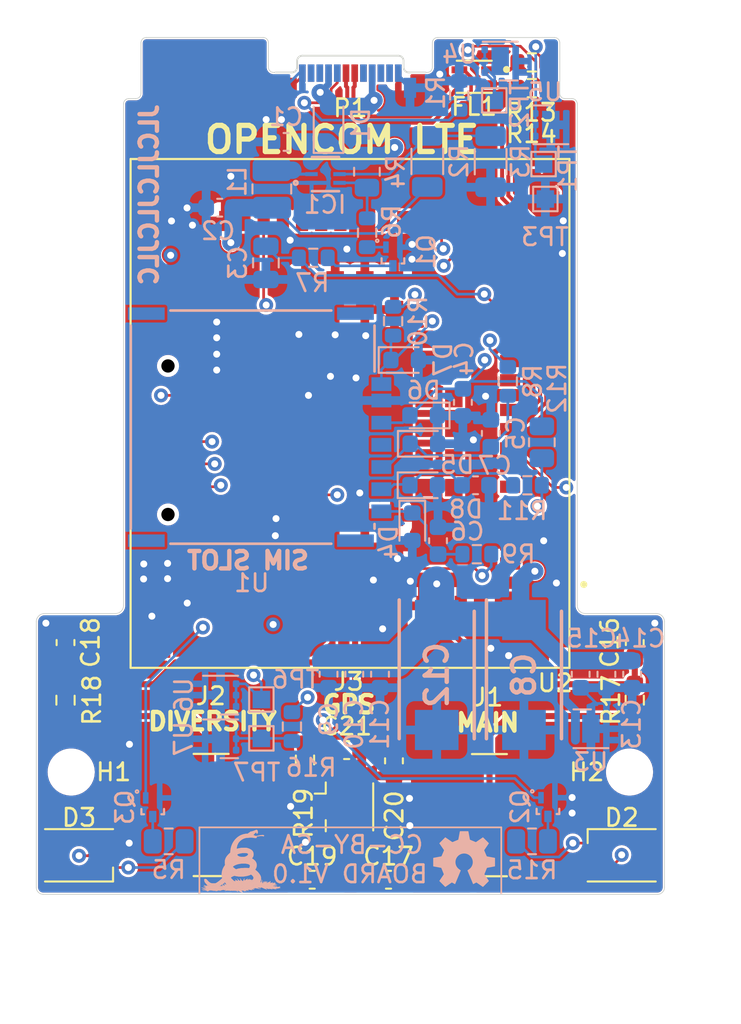
<source format=kicad_pcb>
(kicad_pcb (version 20221018) (generator pcbnew)

  (general
    (thickness 1.6)
  )

  (paper "A4")
  (layers
    (0 "F.Cu" signal)
    (1 "In1.Cu" signal)
    (2 "In2.Cu" signal)
    (31 "B.Cu" signal)
    (32 "B.Adhes" user "B.Adhesive")
    (33 "F.Adhes" user "F.Adhesive")
    (34 "B.Paste" user)
    (35 "F.Paste" user)
    (36 "B.SilkS" user "B.Silkscreen")
    (37 "F.SilkS" user "F.Silkscreen")
    (38 "B.Mask" user)
    (39 "F.Mask" user)
    (40 "Dwgs.User" user "User.Drawings")
    (41 "Cmts.User" user "User.Comments")
    (42 "Eco1.User" user "User.Eco1")
    (43 "Eco2.User" user "User.Eco2")
    (44 "Edge.Cuts" user)
    (45 "Margin" user)
    (46 "B.CrtYd" user "B.Courtyard")
    (47 "F.CrtYd" user "F.Courtyard")
    (48 "B.Fab" user)
    (49 "F.Fab" user)
    (50 "User.1" user)
    (51 "User.2" user)
    (52 "User.3" user)
    (53 "User.4" user)
    (54 "User.5" user)
    (55 "User.6" user)
    (56 "User.7" user)
    (57 "User.8" user)
    (58 "User.9" user)
  )

  (setup
    (stackup
      (layer "F.SilkS" (type "Top Silk Screen"))
      (layer "F.Paste" (type "Top Solder Paste"))
      (layer "F.Mask" (type "Top Solder Mask") (thickness 0.01))
      (layer "F.Cu" (type "copper") (thickness 0.035))
      (layer "dielectric 1" (type "prepreg") (thickness 0.1) (material "FR4") (epsilon_r 4.5) (loss_tangent 0.02))
      (layer "In1.Cu" (type "copper") (thickness 0.035))
      (layer "dielectric 2" (type "core") (thickness 1.24) (material "FR4") (epsilon_r 4.5) (loss_tangent 0.02))
      (layer "In2.Cu" (type "copper") (thickness 0.035))
      (layer "dielectric 3" (type "prepreg") (thickness 0.1) (material "FR4") (epsilon_r 4.5) (loss_tangent 0.02))
      (layer "B.Cu" (type "copper") (thickness 0.035))
      (layer "B.Mask" (type "Bottom Solder Mask") (thickness 0.01))
      (layer "B.Paste" (type "Bottom Solder Paste"))
      (layer "B.SilkS" (type "Bottom Silk Screen"))
      (copper_finish "None")
      (dielectric_constraints no)
    )
    (pad_to_mask_clearance 0)
    (pcbplotparams
      (layerselection 0x00010fc_ffffffff)
      (plot_on_all_layers_selection 0x0000000_00000000)
      (disableapertmacros false)
      (usegerberextensions false)
      (usegerberattributes true)
      (usegerberadvancedattributes true)
      (creategerberjobfile true)
      (dashed_line_dash_ratio 12.000000)
      (dashed_line_gap_ratio 3.000000)
      (svgprecision 4)
      (plotframeref false)
      (viasonmask false)
      (mode 1)
      (useauxorigin false)
      (hpglpennumber 1)
      (hpglpenspeed 20)
      (hpglpendiameter 15.000000)
      (dxfpolygonmode true)
      (dxfimperialunits true)
      (dxfusepcbnewfont true)
      (psnegative false)
      (psa4output false)
      (plotreference true)
      (plotvalue true)
      (plotinvisibletext false)
      (sketchpadsonfab false)
      (subtractmaskfromsilk false)
      (outputformat 1)
      (mirror false)
      (drillshape 0)
      (scaleselection 1)
      (outputdirectory "")
    )
  )

  (net 0 "")
  (net 1 "VBUS")
  (net 2 "GND")
  (net 3 "+3V8")
  (net 4 "/POWER_GOOD")
  (net 5 "/USIM_PRESENCE")
  (net 6 "/ANT_MAIN")
  (net 7 "/ANT_DIV")
  (net 8 "/ANT_GNSS")
  (net 9 "Net-(J3-In)")
  (net 10 "Net-(D1-A)")
  (net 11 "Net-(D2-K)")
  (net 12 "Net-(D3-K)")
  (net 13 "/USB_D+")
  (net 14 "/USB_D-")
  (net 15 "Net-(IC1-SW)")
  (net 16 "Net-(IC1-FB)")
  (net 17 "Net-(IC1-PG)")
  (net 18 "Net-(P1-CC)")
  (net 19 "unconnected-(P1-VCONN-PadB5)")
  (net 20 "Net-(Q1-B)")
  (net 21 "Net-(Q1-C)")
  (net 22 "/NETLIGHT")
  (net 23 "Net-(Q2-C)")
  (net 24 "/STATUS")
  (net 25 "Net-(Q3-C)")
  (net 26 "/USIM_RST")
  (net 27 "/USIM_CLK")
  (net 28 "/VDD_EXT")
  (net 29 "/USIM_DATA")
  (net 30 "Net-(R13-Pad1)")
  (net 31 "Net-(R14-Pad1)")
  (net 32 "Net-(R16-Pad2)")
  (net 33 "Net-(U2-USB_BOOT)")
  (net 34 "unconnected-(U1-VPP-PadC6)")
  (net 35 "unconnected-(U2-RESET_N-Pad17)")
  (net 36 "unconnected-(U2-PCM_DOUT-Pad7)")
  (net 37 "unconnected-(U2-PCM_DIN-Pad6)")
  (net 38 "unconnected-(U2-PCM_SYNC-Pad5)")
  (net 39 "unconnected-(U2-PCM_CLK-Pad4)")
  (net 40 "unconnected-(U2-RI-Pad39)")
  (net 41 "unconnected-(U2-DCD-Pad38)")
  (net 42 "unconnected-(U2-RTS-Pad37)")
  (net 43 "unconnected-(U2-CTS-Pad36)")
  (net 44 "unconnected-(U2-TXD-Pad35)")
  (net 45 "unconnected-(U2-RXD-Pad34)")
  (net 46 "unconnected-(U2-I2C_SCL-Pad40)")
  (net 47 "unconnected-(U2-I2C_SDA-Pad41)")
  (net 48 "unconnected-(U2-ADC0-Pad24)")
  (net 49 "unconnected-(U2-AP_READY-Pad19)")
  (net 50 "unconnected-(U2-DTR-Pad30)")
  (net 51 "unconnected-(U2-SPI_MISO-Pad28)")
  (net 52 "unconnected-(U2-SPI_MOSI-Pad27)")
  (net 53 "unconnected-(U2-SPI_CLK-Pad26)")
  (net 54 "unconnected-(U2-USIM2_RST-Pad85)")
  (net 55 "unconnected-(U2-USIM2_CLK-Pad84)")
  (net 56 "unconnected-(U2-USIM2_PRESENCE-Pad83)")
  (net 57 "unconnected-(U2-USIM2_DATA-Pad86)")
  (net 58 "unconnected-(U2-USIM2_VDD-Pad87)")
  (net 59 "/USIM_VDD")
  (net 60 "Net-(U1-RST)")
  (net 61 "Net-(U1-CLK)")
  (net 62 "Net-(U1-I{slash}O)")
  (net 63 "Net-(C17-Pad1)")
  (net 64 "Net-(C19-Pad1)")
  (net 65 "/USBC_D+")
  (net 66 "/USBC_D-")
  (net 67 "unconnected-(U2-RESERVED-Pad18)")
  (net 68 "unconnected-(U2-DBG_RXD-Pad22)")

  (footprint "CONSMA002-SMD:LINX_CONSMA002-SMD" (layer "F.Cu") (at 151.72 141.7))

  (footprint "Resistor_SMD:R_0603_1608Metric" (layer "F.Cu") (at 154.15 98.575 180))

  (footprint "Resistor_SMD:R_0603_1608Metric_Pad0.98x0.95mm_HandSolder" (layer "F.Cu") (at 160.05 135.1125 -90))

  (footprint "LED_SMD:LED_Cree-PLCC4_3.2x2.8mm_CCW" (layer "F.Cu") (at 128.2 144 180))

  (footprint "Capacitor_SMD:C_0603_1608Metric_Pad1.08x0.95mm_HandSolder" (layer "F.Cu") (at 146.25 138.5875 -90))

  (footprint "Resistor_SMD:R_0603_1608Metric_Pad0.98x0.95mm_HandSolder" (layer "F.Cu") (at 141.15 138.5375 -90))

  (footprint "Connector_USB:USB_C_Plug_Molex_105444" (layer "F.Cu") (at 143.75 99.15))

  (footprint "MountingHole:MountingHole_2.2mm_M2" (layer "F.Cu") (at 159.75 139.23))

  (footprint "LED_SMD:LED_Cree-PLCC4_3.2x2.8mm_CCW" (layer "F.Cu") (at 159.3 144))

  (footprint "CONSMA002-SMD:LINX_CONSMA002-SMD" (layer "F.Cu") (at 135.77 141.69))

  (footprint "Capacitor_SMD:C_0603_1608Metric_Pad1.08x0.95mm_HandSolder" (layer "F.Cu") (at 160.05 131.8125 90))

  (footprint "Capacitor_SMD:C_0603_1608Metric_Pad1.08x0.95mm_HandSolder" (layer "F.Cu") (at 141.5625 145.4))

  (footprint "Capacitor_SMD:C_0603_1608Metric_Pad1.08x0.95mm_HandSolder" (layer "F.Cu") (at 127.425 131.8125 90))

  (footprint "Capacitor_SMD:C_0603_1608Metric_Pad1.08x0.95mm_HandSolder" (layer "F.Cu") (at 145.9375 145.4 180))

  (footprint "Capacitor_SMD:C_0603_1608Metric_Pad1.08x0.95mm_HandSolder" (layer "F.Cu") (at 143.5375 137.975))

  (footprint "Resistor_SMD:R_0603_1608Metric_Pad0.98x0.95mm_HandSolder" (layer "F.Cu") (at 127.425 135.1125 -90))

  (footprint "MountingHole:MountingHole_2.2mm_M2" (layer "F.Cu") (at 127.75 139.23))

  (footprint "Resistor_SMD:R_0603_1608Metric" (layer "F.Cu") (at 154.15 100.05 180))

  (footprint "DLW21SN900SQ2L:FIL_DLW21SN900SQ2L" (layer "F.Cu") (at 150.85 99.4 180))

  (footprint "EG95:XCVR_EG95" (layer "F.Cu")
    (tstamp f851ed5b-4e23-405b-b1aa-e8d65dde7576)
    (at 143.73 118.685 180)
    (property "MANUFACTURER" "Quectel")
    (property "MAXIMUM_PACKAGE_HEIGHT" "2.5mm")
    (property "PARTREV" "1.5")
    (property "STANDARD" "Manufacturer Recommendations")
    (property "Sheetfile" "Roamer.kicad_sch")
    (property "Sheetname" "")
    (path "/e6a6b14f-fc94-4e9b-b34c-71e0e50cdc39")
    (attr smd)
    (fp_text reference "U2" (at -11.76 -15.445) (layer "F.SilkS")
        (effects (font (size 1 1) (thickness 0.153)))
      (tstamp 1d464947-5842-4187-a9bd-c30a4e55b624)
    )
    (fp_text value "EG95" (at -12.635 15.715) (layer "F.Fab")
        (effects (font (size 1 1) (thickness 0.15)))
      (tstamp 7b80973e-b338-4301-a0a8-35a68cefc798)
    )
    (fp_circle (center -5.95 -4.25) (end -5.478 -4.25)
      (stroke (width 0) (type solid)) (fill solid) (layer "F.Paste") (tstamp 67d3b74d-81a9-43e5-82a0-a58ecb94a205))
    (fp_circle (center -5.95 -2.55) (end -5.478 -2.55)
      (stroke (width 0) (type solid)) (fill solid) (layer "F.Paste") (tstamp 12d7749c-79c9-41a7-b0f5-19f3bfe17632))
    (fp_circle (center -5.95 -0.85) (end -5.478 -0.85)
      (stroke (width 0) (type solid)) (fill solid) (layer "F.Paste") (tstamp 4e384b70-bee1-4f3c-923a-35ca47ab2658))
    (fp_circle (center -5.95 0.85) (end -5.478 0.85)
      (stroke (width 0) (type solid)) (fill solid) (layer "F.Paste") (tstamp 6d05fc8f-1146-4558-87f4-124d02db3765))
    (fp_circle (center -5.95 2.55) (end -5.478 2.55)
      (stroke (width 0) (type solid)) (fill solid) (layer "F.Paste") (tstamp 357ed333-a131-4460-9f03-f99d16791163))
    (fp_circle (center -5.95 4.25) (end -5.478 4.25)
      (stroke (width 0) (type solid)) (fill solid) (layer "F.Paste") (tstamp 63f94867-3c9e-4667-930a-fee0f1e2ebe2))
    (fp_circle (center -4.25 -4.25) (end -3.778 -4.25)
      (stroke (width 0) (type solid)) (fill solid) (layer "F.Paste") (tstamp 13cc66c6-7510-4e83-a694-d08949b734e5))
    (fp_circle (center -4.25 -2.55) (end -3.778 -2.55)
      (stroke (width 0) (type solid)) (fill solid) (layer "F.Paste") (tstamp 8c7a9cf3-ddbd-4b7c-bebc-49031a5e6d73))
    (fp_circle (center -4.25 -0.85) (end -3.778 -0.85)
      (stroke (width 0) (type solid)) (fill solid) (layer "F.Paste") (tstamp 3d9d3b4e-af9b-4dbc-9336-c29b3746faba))
    (fp_circle (center -4.25 0.85) (end -3.778 0.85)
      (stroke (width 0) (type solid)) (fill solid) (layer "F.Paste") (tstamp 690ddcd6-4d8e-42c0-ad75-ff9db3797b01))
    (fp_circle (center -4.25 2.55) (end -3.778 2.55)
      (stroke (width 0) (type solid)) (fill solid) (layer "F.Paste") (tstamp 75b36f97-51b2-4f40-b557-750c42c33062))
    (fp_circle (center -4.25 4.25) (end -3.778 4.25)
      (stroke (width 0) (type solid)) (fill solid) (layer "F.Paste") (tstamp 4e758d36-1513-487c-9267-fc087fa18d60))
    (fp_circle (center -2.55 -7.65) (end -2.078 -7.65)
      (stroke (width 0) (type solid)) (fill solid) (layer "F.Paste") (tstamp 3633692c-49f1-42ca-94b0-b891b5a33b8a))
    (fp_circle (center -2.55 -5.95) (end -2.078 -5.95)
      (stroke (width 0) (type solid)) (fill solid) (layer "F.Paste") (tstamp daf7962a-2a44-472f-b9c9-8c84ea1849f8))
    (fp_circle (center -2.55 5.95) (end -2.078 5.95)
      (stroke (width 0) (type solid)) (fill solid) (layer "F.Paste") (tstamp 32fabbac-dc5d-4778-92ac-b5c62bce09fe))
    (fp_circle (center -2.55 7.65) (end -2.078 7.65)
      (stroke (width 0) (type solid)) (fill solid) (layer "F.Paste") (tstamp b9df1aa6-a689-4293-8753-7c59f8230178))
    (fp_circle (center -0.85 -7.65) (end -0.378 -7.65)
      (stroke (width 0) (type solid)) (fill solid) (layer "F.Paste") (tstamp 4d0be172-5136-470d-b73a-7a8cb51ed73c))
    (fp_circle (center -0.85 -5.95) (end -0.378 -5.95)
      (stroke (width 0) (type solid)) (fill solid) (layer "F.Paste") (tstamp e9ad7bc7-db7f-41e8-8090-37c9b439c87a))
    (fp_circle (center -0.85 5.95) (end -0.378 5.95)
      (stroke (width 0) (type solid)) (fill solid) (layer "F.Paste") (tstamp 4a30cd4e-e496-41e4-82a6-3686d3ecb188))
    (fp_circle (center -0.85 7.65) (end -0.378 7.65)
      (stroke (width 0) (type solid)) (fill solid) (layer "F.Paste") (tstamp 55b8e7ce-c026-444a-87d3-c25fb53b51c9))
    (fp_circle (center 0.85 -7.65) (end 1.322 -7.65)
      (stroke (width 0) (type solid)) (fill solid) (layer "F.Paste") (tstamp 32b20396-c9b0-4873-b9ba-fa2c66fc98d1))
    (fp_circle (center 0.85 -5.95) (end 1.322 -5.95)
      (stroke (width 0) (type solid)) (fill solid) (layer "F.Paste") (tstamp e03b0b90-06f2-4e0d-a234-628bf843efeb))
    (fp_circle (center 0.85 5.95) (end 1.322 5.95)
      (stroke (width 0) (type solid)) (fill solid) (layer "F.Paste") (tstamp 117ba3fd-2c95-455c-a1fb-79870f2b7c3e))
    (fp_circle (center 0.85 7.65) (end 1.322 7.65)
      (stroke (width 0) (type solid)) (fill solid) (layer "F.Paste") (tstamp 9cebe8bb-5944-4532-84f3-4db69cb5a267))
    (fp_circle (center 2.55 -7.65) (end 3.022 -7.65)
      (stroke (width 0) (type solid)) (fill solid) (layer "F.Paste") (tstamp 4591d32e-0bfd-40f2-a436-d8c4a8df7b9c))
    (fp_circle (center 2.55 -5.95) (end 3.022 -5.95)
      (stroke (width 0) (type solid)) (fill solid) (layer "F.Paste") (tstamp 27feb6eb-48a0-44e1-945e-be4be8aa40cb))
    (fp_circle (center 2.55 5.95) (end 3.022 5.95)
      (stroke (width 0) (type solid)) (fill solid) (layer "F.Paste") (tstamp d0d20436-b778-4fa3-9675-56b791c3d56f))
    (fp_circle (center 2.55 7.65) (end 3.022 7.65)
      (stroke (width 0) (type solid)) (fill solid) (layer "F.Paste") (tstamp defa867d-6b76-49c8-bb58-cf6b459a29a2))
    (fp_circle (center 4.25 -4.25) (end 4.722 -4.25)
      (stroke (width 0) (type solid)) (fill solid) (layer "F.Paste") (tstamp 025de2ef-81a6-402c-bdfe-0f3340f36076))
    (fp_circle (center 4.25 -2.55) (end 4.722 -2.55)
      (stroke (width 0) (type solid)) (fill solid) (layer "F.Paste") (tstamp 920f3030-f3a9-49d9-98b1-ba1e7a6cde5b))
    (fp_circle (center 4.25 -0.85) (end 4.722 -0.85)
      (stroke (width 0) (type solid)) (fill solid) (layer "F.Paste") (tstamp cf2d715c-b57e-4e29-b1b7-62efa84a9561))
    (fp_circle (center 4.25 0.85) (end 4.722 0.85)
      (stroke (width 0) (type solid)) (fill solid) (layer "F.Paste") (tstamp ca71414b-1dcf-458c-9ec7-99f7644ea8d3))
    (fp_circle (center 4.25 2.55) (end 4.722 2.55)
      (stroke (width 0) (type solid)) (fill solid) (layer "F.Paste") (tstamp c74df507-238b-4f61-b908-673a0ad914c0))
    (fp_circle (center 4.25 4.25) (end 4.722 4.25)
      (stroke (width 0) (type solid)) (fill solid) (layer "F.Paste") (tstamp 89941a95-52f2-4f01-b5ae-ea2ee97dc086))
    (fp_circle (center 5.95 -4.25) (end 6.422 -4.25)
      (stroke (width 0) (type solid)) (fill solid) (layer "F.Paste") (tstamp 464d7fed-1c31-488c-ad54-5f06dec5a552))
    (fp_circle (center 5.95 -2.55) (end 6.422 -2.55)
      (stroke (width 0) (type solid)) (fill solid) (layer "F.Paste") (tstamp 7989918b-1f57-4399-89ef-f58e0c36eb2c))
    (fp_circle (center 5.95 -0.85) (end 6.422 -0.85)
      (stroke (width 0) (type solid)) (fill solid) (layer "F.Paste") (tstamp 338601a2-47bf-49f9-ba85-32e5a710140d))
    (fp_circle (center 5.95 0.85) (end 6.422 0.85)
      (stroke (width 0) (type solid)) (fill solid) (layer "F.Paste") (tstamp 12da4203-b063-4a2b-968e-3657dc112560))
    (fp_circle (center 5.95 2.55) (end 6.422 2.55)
      (stroke (width 0) (type solid)) (fill solid) (layer "F.Paste") (tstamp 7f6528a6-3a92-4aca-ba64-fc076fca4400))
    (fp_circle (center 5.95 4.25) (end 6.422 4.25)
      (stroke (width 0) (type solid)) (fill solid) (layer "F.Paste") (tstamp faf3a879-e27f-4ff1-b81f-1530938d56fc))
    (fp_poly
      (pts
        (xy -11.66 -13.66)
        (xy -10.64 -13.66)
        (xy -10.64 -12.64)
        (xy -11.66 -12.64)
      )

      (stroke (width 0.01) (type solid)) (fill solid) (layer "F.Paste") (tstamp a4cf9f7c-fc80-4a6e-8aed-8618a06b9c70))
    (fp_poly
      (pts
        (xy -10.54 13.56)
        (xy -10.78 13.56)
        (xy -11.56 12.78)
        (xy -11.56 12.54)
        (xy -10.54 12.54)
      )

      (stroke (width 0.0001) (type solid)) (fill solid) (layer "F.Paste") (tstamp 36e8bdf4-fab0-480a-ae07-fd85752c3d27))
    (fp_poly
      (pts
        (xy -10.54 13.56)
        (xy -10.78 13.56)
        (xy -11.56 12.78)
        (xy -11.56 12.54)
        (xy -10.54 12.54)
      )

      (stroke (width 0.0001) (type solid)) (fill solid) (layer "F.Paste") (tstamp fb33d6b7-c026-42c4-b8ab-e0e13b2d656e))
    (fp_poly
      (pts
        (xy 10.54 -13.56)
        (xy 10.78 -13.56)
        (xy 11.56 -12.78)
        (xy 11.56 -12.54)
        (xy 10.54 -12.54)
      )

      (stroke (width 0.0001) (type solid)) (fill solid) (layer "F.Paste") (tstamp 74c62a22-a856-4ac7-bb7a-1febdc12e728))
    (fp_poly
      (pts
        (xy 10.54 13.56)
        (xy 10.78 13.56)
        (xy 11.56 12.78)
        (xy 11.56 12.54)
        (xy 10.54 12.54)
      )

      (stroke (width 0.0001) (type solid)) (fill solid) (layer "F.Paste") (tstamp c4360858-c8a5-42dc-836e-f31e91c33908))
    (fp_poly
      (pts
        (xy -9.525 -9.98)
        (xy -8.825 -9.98)
        (xy -8.819 -9.98)
        (xy -8.814 -9.979)
        (xy -8.808 -9.979)
        (xy -8.802 -9.978)
        (xy -8.797 -9.976)
        (xy -8.791 -9.975)
        (xy -8.786 -9.973)
        (xy -8.78 -9.97)
        (xy -8.775 -9.968)
        (xy -8.77 -9.965)
        (xy -8.765 -9.962)
        (xy -8.76 -9.959)
        (xy -8.756 -9.955)
        (xy -8.751 -9.952)
        (xy -8.747 -9.948)
        (xy -8.743 -9.944)
        (xy -8.74 -9.939)
        (xy -8.736 -9.935)
        (xy -8.733 -9.93)
        (xy -8.73 -9.925)
        (xy -8.727 -9.92)
        (xy -8.725 -9.915)
        (xy -8.722 -9.909)
        (xy -8.72 -9.904)
        (xy -8.719 -9.898)
        (xy -8.717 -9.893)
        (xy -8.716 -9.887)
        (xy -8.716 -9.881)
        (xy -8.715 -9.876)
        (xy -8.715 -9.87)
        (xy -8.715 -9.53)
        (xy -8.715 -9.524)
        (xy -8.716 -9.519)
        (xy -8.716 -9.513)
        (xy -8.717 -9.507)
        (xy -8.719 -9.502)
        (xy -8.72 -9.496)
        (xy -8.722 -9.491)
        (xy -8.725 -9.485)
        (xy -8.727 -9.48)
        (xy -8.73 -9.475)
        (xy -8.733 -9.47)
        (xy -8.736 -9.465)
        (xy -8.74 -9.461)
        (xy -8.743 -9.456)
        (xy -8.747 -9.452)
        (xy -8.751 -9.448)
        (xy -8.756 -9.445)
        (xy -8.76 -9.441)
        (xy -8.765 -9.438)
        (xy -8.77 -9.435)
        (xy -8.775 -9.432)
        (xy -8.78 -9.43)
        (xy -8.786 -9.427)
        (xy -8.791 -9.425)
        (xy -8.797 -9.424)
        (xy -8.802 -9.422)
        (xy -8.808 -9.421)
        (xy -8.814 -9.421)
        (xy -8.819 -9.42)
        (xy -8.825 -9.42)
        (xy -9.525 -9.42)
        (xy -9.531 -9.42)
        (xy -9.536 -9.421)
        (xy -9.542 -9.421)
        (xy -9.548 -9.422)
        (xy -9.553 -9.424)
        (xy -9.559 -9.425)
        (xy -9.564 -9.427)
        (xy -9.57 -9.43)
        (xy -9.575 -9.432)
        (xy -9.58 -9.435)
        (xy -9.585 -9.438)
        (xy -9.59 -9.441)
        (xy -9.594 -9.445)
        (xy -9.599 -9.448)
        (xy -9.603 -9.452)
        (xy -9.607 -9.456)
        (xy -9.61 -9.461)
        (xy -9.614 -9.465)
        (xy -9.617 -9.47)
        (xy -9.62 -9.475)
        (xy -9.623 -9.48)
        (xy -9.625 -9.485)
        (xy -9.628 -9.491)
        (xy -9.63 -9.496)
        (xy -9.631 -9.502)
        (xy -9.633 -9.507)
        (xy -9.634 -9.513)
        (xy -9.634 -9.519)
        (xy -9.635 -9.524)
        (xy -9.635 -9.53)
        (xy -9.635 -9.87)
        (xy -9.635 -9.876)
        (xy -9.634 -9.881)
        (xy -9.634 -9.887)
        (xy -9.633 -9.893)
        (xy -9.631 -9.898)
        (xy -9.63 -9.904)
        (xy -9.628 -9.909)
        (xy -9.625 -9.915)
        (xy -9.623 -9.92)
        (xy -9.62 -9.925)
        (xy -9.617 -9.93)
        (xy -9.614 -9.935)
        (xy -9.61 -9.939)
        (xy -9.607 -9.944)
        (xy -9.603 -9.948)
        (xy -9.599 -9.952)
        (xy -9.594 -9.955)
        (xy -9.59 -9.959)
        (xy -9.585 -9.962)
        (xy -9.58 -9.965)
        (xy -9.575 -9.968)
        (xy -9.57 -9.97)
        (xy -9.564 -9.973)
        (xy -9.559 -9.975)
        (xy -9.553 -9.976)
        (xy -9.548 -9.978)
        (xy -9.542 -9.979)
        (xy -9.536 -9.979)
        (xy -9.531 -9.98)
        (xy -9.525 -9.98)
      )

      (stroke (width 0.0001) (type solid)) (fill solid) (layer "F.Paste") (tstamp 381fb920-c57b-4d2c-bff1-181bec3e7f23))
    (fp_poly
      (pts
        (xy -9.525 -8.88)
        (xy -8.825 -8.88)
        (xy -8.819 -8.88)
        (xy -8.814 -8.879)
        (xy -8.808 -8.879)
        (xy -8.802 -8.878)
        (xy -8.797 -8.876)
        (xy -8.791 -8.875)
        (xy -8.786 -8.873)
        (xy -8.78 -8.87)
        (xy -8.775 -8.868)
        (xy -8.77 -8.865)
        (xy -8.765 -8.862)
        (xy -8.76 -8.859)
        (xy -8.756 -8.855)
        (xy -8.751 -8.852)
        (xy -8.747 -8.848)
        (xy -8.743 -8.844)
        (xy -8.74 -8.839)
        (xy -8.736 -8.835)
        (xy -8.733 -8.83)
        (xy -8.73 -8.825)
        (xy -8.727 -8.82)
        (xy -8.725 -8.815)
        (xy -8.722 -8.809)
        (xy -8.72 -8.804)
        (xy -8.719 -8.798)
        (xy -8.717 -8.793)
        (xy -8.716 -8.787)
        (xy -8.716 -8.781)
        (xy -8.715 -8.776)
        (xy -8.715 -8.77)
        (xy -8.715 -8.43)
        (xy -8.715 -8.424)
        (xy -8.716 -8.419)
        (xy -8.716 -8.413)
        (xy -8.717 -8.407)
        (xy -8.719 -8.402)
        (xy -8.72 -8.396)
        (xy -8.722 -8.391)
        (xy -8.725 -8.385)
        (xy -8.727 -8.38)
        (xy -8.73 -8.375)
        (xy -8.733 -8.37)
        (xy -8.736 -8.365)
        (xy -8.74 -8.361)
        (xy -8.743 -8.356)
        (xy -8.747 -8.352)
        (xy -8.751 -8.348)
        (xy -8.756 -8.345)
        (xy -8.76 -8.341)
        (xy -8.765 -8.338)
        (xy -8.77 -8.335)
        (xy -8.775 -8.332)
        (xy -8.78 -8.33)
        (xy -8.786 -8.327)
        (xy -8.791 -8.325)
        (xy -8.797 -8.324)
        (xy -8.802 -8.322)
        (xy -8.808 -8.321)
        (xy -8.814 -8.321)
        (xy -8.819 -8.32)
        (xy -8.825 -8.32)
        (xy -9.525 -8.32)
        (xy -9.531 -8.32)
        (xy -9.536 -8.321)
        (xy -9.542 -8.321)
        (xy -9.548 -8.322)
        (xy -9.553 -8.324)
        (xy -9.559 -8.325)
        (xy -9.564 -8.327)
        (xy -9.57 -8.33)
        (xy -9.575 -8.332)
        (xy -9.58 -8.335)
        (xy -9.585 -8.338)
        (xy -9.59 -8.341)
        (xy -9.594 -8.345)
        (xy -9.599 -8.348)
        (xy -9.603 -8.352)
        (xy -9.607 -8.356)
        (xy -9.61 -8.361)
        (xy -9.614 -8.365)
        (xy -9.617 -8.37)
        (xy -9.62 -8.375)
        (xy -9.623 -8.38)
        (xy -9.625 -8.385)
        (xy -9.628 -8.391)
        (xy -9.63 -8.396)
        (xy -9.631 -8.402)
        (xy -9.633 -8.407)
        (xy -9.634 -8.413)
        (xy -9.634 -8.419)
        (xy -9.635 -8.424)
        (xy -9.635 -8.43)
        (xy -9.635 -8.77)
        (xy -9.635 -8.776)
        (xy -9.634 -8.781)
        (xy -9.634 -8.787)
        (xy -9.633 -8.793)
        (xy -9.631 -8.798)
        (xy -9.63 -8.804)
        (xy -9.628 -8.809)
        (xy -9.625 -8.815)
        (xy -9.623 -8.82)
        (xy -9.62 -8.825)
        (xy -9.617 -8.83)
        (xy -9.614 -8.835)
        (xy -9.61 -8.839)
        (xy -9.607 -8.844)
        (xy -9.603 -8.848)
        (xy -9.599 -8.852)
        (xy -9.594 -8.855)
        (xy -9.59 -8.859)
        (xy -9.585 -8.862)
        (xy -9.58 -8.865)
        (xy -9.575 -8.868)
        (xy -9.57 -8.87)
        (xy -9.564 -8.873)
        (xy -9.559 -8.875)
        (xy -9.553 -8.876)
        (xy -9.548 -8.878)
        (xy -9.542 -8.879)
        (xy -9.536 -8.879)
        (xy -9.531 -8.88)
        (xy -9.525 -8.88)
      )

      (stroke (width 0.0001) (type solid)) (fill solid) (layer "F.Paste") (tstamp 15a79106-df97-4493-8a49-601ca5566463))
    (fp_poly
      (pts
        (xy -9.525 -7.78)
        (xy -8.825 -7.78)
        (xy -8.819 -7.78)
        (xy -8.814 -7.779)
        (xy -8.808 -7.779)
        (xy -8.802 -7.778)
        (xy -8.797 -7.776)
        (xy -8.791 -7.775)
        (xy -8.786 -7.773)
        (xy -8.78 -7.77)
        (xy -8.775 -7.768)
        (xy -8.77 -7.765)
        (xy -8.765 -7.762)
        (xy -8.76 -7.759)
        (xy -8.756 -7.755)
        (xy -8.751 -7.752)
        (xy -8.747 -7.748)
        (xy -8.743 -7.744)
        (xy -8.74 -7.739)
        (xy -8.736 -7.735)
        (xy -8.733 -7.73)
        (xy -8.73 -7.725)
        (xy -8.727 -7.72)
        (xy -8.725 -7.715)
        (xy -8.722 -7.709)
        (xy -8.72 -7.704)
        (xy -8.719 -7.698)
        (xy -8.717 -7.693)
        (xy -8.716 -7.687)
        (xy -8.716 -7.681)
        (xy -8.715 -7.676)
        (xy -8.715 -7.67)
        (xy -8.715 -7.33)
        (xy -8.715 -7.324)
        (xy -8.716 -7.319)
        (xy -8.716 -7.313)
        (xy -8.717 -7.307)
        (xy -8.719 -7.302)
        (xy -8.72 -7.296)
        (xy -8.722 -7.291)
        (xy -8.725 -7.285)
        (xy -8.727 -7.28)
        (xy -8.73 -7.275)
        (xy -8.733 -7.27)
        (xy -8.736 -7.265)
        (xy -8.74 -7.261)
        (xy -8.743 -7.256)
        (xy -8.747 -7.252)
        (xy -8.751 -7.248)
        (xy -8.756 -7.245)
        (xy -8.76 -7.241)
        (xy -8.765 -7.238)
        (xy -8.77 -7.235)
        (xy -8.775 -7.232)
        (xy -8.78 -7.23)
        (xy -8.786 -7.227)
        (xy -8.791 -7.225)
        (xy -8.797 -7.224)
        (xy -8.802 -7.222)
        (xy -8.808 -7.221)
        (xy -8.814 -7.221)
        (xy -8.819 -7.22)
        (xy -8.825 -7.22)
        (xy -9.525 -7.22)
        (xy -9.531 -7.22)
        (xy -9.536 -7.221)
        (xy -9.542 -7.221)
        (xy -9.548 -7.222)
        (xy -9.553 -7.224)
        (xy -9.559 -7.225)
        (xy -9.564 -7.227)
        (xy -9.57 -7.23)
        (xy -9.575 -7.232)
        (xy -9.58 -7.235)
        (xy -9.585 -7.238)
        (xy -9.59 -7.241)
        (xy -9.594 -7.245)
        (xy -9.599 -7.248)
        (xy -9.603 -7.252)
        (xy -9.607 -7.256)
        (xy -9.61 -7.261)
        (xy -9.614 -7.265)
        (xy -9.617 -7.27)
        (xy -9.62 -7.275)
        (xy -9.623 -7.28)
        (xy -9.625 -7.285)
        (xy -9.628 -7.291)
        (xy -9.63 -7.296)
        (xy -9.631 -7.302)
        (xy -9.633 -7.307)
        (xy -9.634 -7.313)
        (xy -9.634 -7.319)
        (xy -9.635 -7.324)
        (xy -9.635 -7.33)
        (xy -9.635 -7.67)
        (xy -9.635 -7.676)
        (xy -9.634 -7.681)
        (xy -9.634 -7.687)
        (xy -9.633 -7.693)
        (xy -9.631 -7.698)
        (xy -9.63 -7.704)
        (xy -9.628 -7.709)
        (xy -9.625 -7.715)
        (xy -9.623 -7.72)
        (xy -9.62 -7.725)
        (xy -9.617 -7.73)
        (xy -9.614 -7.735)
        (xy -9.61 -7.739)
        (xy -9.607 -7.744)
        (xy -9.603 -7.748)
        (xy -9.599 -7.752)
        (xy -9.594 -7.755)
        (xy -9.59 -7.759)
        (xy -9.585 -7.762)
        (xy -9.58 -7.765)
        (xy -9.575 -7.768)
        (xy -9.57 -7.77)
        (xy -9.564 -7.773)
        (xy -9.559 -7.775)
        (xy -9.553 -7.776)
        (xy -9.548 -7.778)
        (xy -9.542 -7.779)
        (xy -9.536 -7.779)
        (xy -9.531 -7.78)
        (xy -9.525 -7.78)
      )

      (stroke (width 0.0001) (type solid)) (fill solid) (layer "F.Paste") (tstamp 0c575af3-6ed1-46a3-bfde-38643bb7e524))
    (fp_poly
      (pts
        (xy -9.525 -6.68)
        (xy -8.825 -6.68)
        (xy -8.819 -6.68)
        (xy -8.814 -6.679)
        (xy -8.808 -6.679)
        (xy -8.802 -6.678)
        (xy -8.797 -6.676)
        (xy -8.791 -6.675)
        (xy -8.786 -6.673)
        (xy -8.78 -6.67)
        (xy -8.775 -6.668)
        (xy -8.77 -6.665)
        (xy -8.765 -6.662)
        (xy -8.76 -6.659)
        (xy -8.756 -6.655)
        (xy -8.751 -6.652)
        (xy -8.747 -6.648)
        (xy -8.743 -6.644)
        (xy -8.74 -6.639)
        (xy -8.736 -6.635)
        (xy -8.733 -6.63)
        (xy -8.73 -6.625)
        (xy -8.727 -6.62)
        (xy -8.725 -6.615)
        (xy -8.722 -6.609)
        (xy -8.72 -6.604)
        (xy -8.719 -6.598)
        (xy -8.717 -6.593)
        (xy -8.716 -6.587)
        (xy -8.716 -6.581)
        (xy -8.715 -6.576)
        (xy -8.715 -6.57)
        (xy -8.715 -6.23)
        (xy -8.715 -6.224)
        (xy -8.716 -6.219)
        (xy -8.716 -6.213)
        (xy -8.717 -6.207)
        (xy -8.719 -6.202)
        (xy -8.72 -6.196)
        (xy -8.722 -6.191)
        (xy -8.725 -6.185)
        (xy -8.727 -6.18)
        (xy -8.73 -6.175)
        (xy -8.733 -6.17)
        (xy -8.736 -6.165)
        (xy -8.74 -6.161)
        (xy -8.743 -6.156)
        (xy -8.747 -6.152)
        (xy -8.751 -6.148)
        (xy -8.756 -6.145)
        (xy -8.76 -6.141)
        (xy -8.765 -6.138)
        (xy -8.77 -6.135)
        (xy -8.775 -6.132)
        (xy -8.78 -6.13)
        (xy -8.786 -6.127)
        (xy -8.791 -6.125)
        (xy -8.797 -6.124)
        (xy -8.802 -6.122)
        (xy -8.808 -6.121)
        (xy -8.814 -6.121)
        (xy -8.819 -6.12)
        (xy -8.825 -6.12)
        (xy -9.525 -6.12)
        (xy -9.531 -6.12)
        (xy -9.536 -6.121)
        (xy -9.542 -6.121)
        (xy -9.548 -6.122)
        (xy -9.553 -6.124)
        (xy -9.559 -6.125)
        (xy -9.564 -6.127)
        (xy -9.57 -6.13)
        (xy -9.575 -6.132)
        (xy -9.58 -6.135)
        (xy -9.585 -6.138)
        (xy -9.59 -6.141)
        (xy -9.594 -6.145)
        (xy -9.599 -6.148)
        (xy -9.603 -6.152)
        (xy -9.607 -6.156)
        (xy -9.61 -6.161)
        (xy -9.614 -6.165)
        (xy -9.617 -6.17)
        (xy -9.62 -6.175)
        (xy -9.623 -6.18)
        (xy -9.625 -6.185)
        (xy -9.628 -6.191)
        (xy -9.63 -6.196)
        (xy -9.631 -6.202)
        (xy -9.633 -6.207)
        (xy -9.634 -6.213)
        (xy -9.634 -6.219)
        (xy -9.635 -6.224)
        (xy -9.635 -6.23)
        (xy -9.635 -6.57)
        (xy -9.635 -6.576)
        (xy -9.634 -6.581)
        (xy -9.634 -6.587)
        (xy -9.633 -6.593)
        (xy -9.631 -6.598)
        (xy -9.63 -6.604)
        (xy -9.628 -6.609)
        (xy -9.625 -6.615)
        (xy -9.623 -6.62)
        (xy -9.62 -6.625)
        (xy -9.617 -6.63)
        (xy -9.614 -6.635)
        (xy -9.61 -6.639)
        (xy -9.607 -6.644)
        (xy -9.603 -6.648)
        (xy -9.599 -6.652)
        (xy -9.594 -6.655)
        (xy -9.59 -6.659)
        (xy -9.585 -6.662)
        (xy -9.58 -6.665)
        (xy -9.575 -6.668)
        (xy -9.57 -6.67)
        (xy -9.564 -6.673)
        (xy -9.559 -6.675)
        (xy -9.553 -6.676)
        (xy -9.548 -6.678)
        (xy -9.542 -6.679)
        (xy -9.536 -6.679)
        (xy -9.531 -6.68)
        (xy -9.525 -6.68)
      )

      (stroke (width 0.0001) (type solid)) (fill solid) (layer "F.Paste") (tstamp 4a9d6eca-1bec-49f3-8d4a-6444aca6165c))
    (fp_poly
      (pts
        (xy -9.525 -5.58)
        (xy -8.825 -5.58)
        (xy -8.819 -5.58)
        (xy -8.814 -5.579)
        (xy -8.808 -5.579)
        (xy -8.802 -5.578)
        (xy -8.797 -5.576)
        (xy -8.791 -5.575)
        (xy -8.786 -5.573)
        (xy -8.78 -5.57)
        (xy -8.775 -5.568)
        (xy -8.77 -5.565)
        (xy -8.765 -5.562)
        (xy -8.76 -5.559)
        (xy -8.756 -5.555)
        (xy -8.751 -5.552)
        (xy -8.747 -5.548)
        (xy -8.743 -5.544)
        (xy -8.74 -5.539)
        (xy -8.736 -5.535)
        (xy -8.733 -5.53)
        (xy -8.73 -5.525)
        (xy -8.727 -5.52)
        (xy -8.725 -5.515)
        (xy -8.722 -5.509)
        (xy -8.72 -5.504)
        (xy -8.719 -5.498)
        (xy -8.717 -5.493)
        (xy -8.716 -5.487)
        (xy -8.716 -5.481)
        (xy -8.715 -5.476)
        (xy -8.715 -5.47)
        (xy -8.715 -5.13)
        (xy -8.715 -5.124)
        (xy -8.716 -5.119)
        (xy -8.716 -5.113)
        (xy -8.717 -5.107)
        (xy -8.719 -5.102)
        (xy -8.72 -5.096)
        (xy -8.722 -5.091)
        (xy -8.725 -5.085)
        (xy -8.727 -5.08)
        (xy -8.73 -5.075)
        (xy -8.733 -5.07)
        (xy -8.736 -5.065)
        (xy -8.74 -5.061)
        (xy -8.743 -5.056)
        (xy -8.747 -5.052)
        (xy -8.751 -5.048)
        (xy -8.756 -5.045)
        (xy -8.76 -5.041)
        (xy -8.765 -5.038)
        (xy -8.77 -5.035)
        (xy -8.775 -5.032)
        (xy -8.78 -5.03)
        (xy -8.786 -5.027)
        (xy -8.791 -5.025)
        (xy -8.797 -5.024)
        (xy -8.802 -5.022)
        (xy -8.808 -5.021)
        (xy -8.814 -5.021)
        (xy -8.819 -5.02)
        (xy -8.825 -5.02)
        (xy -9.525 -5.02)
        (xy -9.531 -5.02)
        (xy -9.536 -5.021)
        (xy -9.542 -5.021)
        (xy -9.548 -5.022)
        (xy -9.553 -5.024)
        (xy -9.559 -5.025)
        (xy -9.564 -5.027)
        (xy -9.57 -5.03)
        (xy -9.575 -5.032)
        (xy -9.58 -5.035)
        (xy -9.585 -5.038)
        (xy -9.59 -5.041)
        (xy -9.594 -5.045)
        (xy -9.599 -5.048)
        (xy -9.603 -5.052)
        (xy -9.607 -5.056)
        (xy -9.61 -5.061)
        (xy -9.614 -5.065)
        (xy -9.617 -5.07)
        (xy -9.62 -5.075)
        (xy -9.623 -5.08)
        (xy -9.625 -5.085)
        (xy -9.628 -5.091)
        (xy -9.63 -5.096)
        (xy -9.631 -5.102)
        (xy -9.633 -5.107)
        (xy -9.634 -5.113)
        (xy -9.634 -5.119)
        (xy -9.635 -5.124)
        (xy -9.635 -5.13)
        (xy -9.635 -5.47)
        (xy -9.635 -5.476)
        (xy -9.634 -5.481)
        (xy -9.634 -5.487)
        (xy -9.633 -5.493)
        (xy -9.631 -5.498)
        (xy -9.63 -5.504)
        (xy -9.628 -5.509)
        (xy -9.625 -5.515)
        (xy -9.623 -5.52)
        (xy -9.62 -5.525)
        (xy -9.617 -5.53)
        (xy -9.614 -5.535)
        (xy -9.61 -5.539)
        (xy -9.607 -5.544)
        (xy -9.603 -5.548)
        (xy -9.599 -5.552)
        (xy -9.594 -5.555)
        (xy -9.59 -5.559)
        (xy -9.585 -5.562)
        (xy -9.58 -5.565)
        (xy -9.575 -5.568)
        (xy -9.57 -5.57)
        (xy -9.564 -5.573)
        (xy -9.559 -5.575)
        (xy -9.553 -5.576)
        (xy -9.548 -5.578)
        (xy -9.542 -5.579)
        (xy -9.536 -5.579)
        (xy -9.531 -5.58)
        (xy -9.525 -5.58)
      )

      (stroke (width 0.0001) (type solid)) (fill solid) (layer "F.Paste") (tstamp e40f3414-f91c-4fbd-a4de-8dc5493441cf))
    (fp_poly
      (pts
        (xy -9.525 -4.48)
        (xy -8.825 -4.48)
        (xy -8.819 -4.48)
        (xy -8.814 -4.479)
        (xy -8.808 -4.479)
        (xy -8.802 -4.478)
        (xy -8.797 -4.476)
        (xy -8.791 -4.475)
        (xy -8.786 -4.473)
        (xy -8.78 -4.47)
        (xy -8.775 -4.468)
        (xy -8.77 -4.465)
        (xy -8.765 -4.462)
        (xy -8.76 -4.459)
        (xy -8.756 -4.455)
        (xy -8.751 -4.452)
        (xy -8.747 -4.448)
        (xy -8.743 -4.444)
        (xy -8.74 -4.439)
        (xy -8.736 -4.435)
        (xy -8.733 -4.43)
        (xy -8.73 -4.425)
        (xy -8.727 -4.42)
        (xy -8.725 -4.415)
        (xy -8.722 -4.409)
        (xy -8.72 -4.404)
        (xy -8.719 -4.398)
        (xy -8.717 -4.393)
        (xy -8.716 -4.387)
        (xy -8.716 -4.381)
        (xy -8.715 -4.376)
        (xy -8.715 -4.37)
        (xy -8.715 -4.03)
        (xy -8.715 -4.024)
        (xy -8.716 -4.019)
        (xy -8.716 -4.013)
        (xy -8.717 -4.007)
        (xy -8.719 -4.002)
        (xy -8.72 -3.996)
        (xy -8.722 -3.991)
        (xy -8.725 -3.985)
        (xy -8.727 -3.98)
        (xy -8.73 -3.975)
        (xy -8.733 -3.97)
        (xy -8.736 -3.965)
        (xy -8.74 -3.961)
        (xy -8.743 -3.956)
        (xy -8.747 -3.952)
        (xy -8.751 -3.948)
        (xy -8.756 -3.945)
        (xy -8.76 -3.941)
        (xy -8.765 -3.938)
        (xy -8.77 -3.935)
        (xy -8.775 -3.932)
        (xy -8.78 -3.93)
        (xy -8.786 -3.927)
        (xy -8.791 -3.925)
        (xy -8.797 -3.924)
        (xy -8.802 -3.922)
        (xy -8.808 -3.921)
        (xy -8.814 -3.921)
        (xy -8.819 -3.92)
        (xy -8.825 -3.92)
        (xy -9.525 -3.92)
        (xy -9.531 -3.92)
        (xy -9.536 -3.921)
        (xy -9.542 -3.921)
        (xy -9.548 -3.922)
        (xy -9.553 -3.924)
        (xy -9.559 -3.925)
        (xy -9.564 -3.927)
        (xy -9.57 -3.93)
        (xy -9.575 -3.932)
        (xy -9.58 -3.935)
        (xy -9.585 -3.938)
        (xy -9.59 -3.941)
        (xy -9.594 -3.945)
        (xy -9.599 -3.948)
        (xy -9.603 -3.952)
        (xy -9.607 -3.956)
        (xy -9.61 -3.961)
        (xy -9.614 -3.965)
        (xy -9.617 -3.97)
        (xy -9.62 -3.975)
        (xy -9.623 -3.98)
        (xy -9.625 -3.985)
        (xy -9.628 -3.991)
        (xy -9.63 -3.996)
        (xy -9.631 -4.002)
        (xy -9.633 -4.007)
        (xy -9.634 -4.013)
        (xy -9.634 -4.019)
        (xy -9.635 -4.024)
        (xy -9.635 -4.03)
        (xy -9.635 -4.37)
        (xy -9.635 -4.376)
        (xy -9.634 -4.381)
        (xy -9.634 -4.387)
        (xy -9.633 -4.393)
        (xy -9.631 -4.398)
        (xy -9.63 -4.404)
        (xy -9.628 -4.409)
        (xy -9.625 -4.415)
        (xy -9.623 -4.42)
        (xy -9.62 -4.425)
        (xy -9.617 -4.43)
        (xy -9.614 -4.435)
        (xy -9.61 -4.439)
        (xy -9.607 -4.444)
        (xy -9.603 -4.448)
        (xy -9.599 -4.452)
        (xy -9.594 -4.455)
        (xy -9.59 -4.459)
        (xy -9.585 -4.462)
        (xy -9.58 -4.465)
        (xy -9.575 -4.468)
        (xy -9.57 -4.47)
        (xy -9.564 -4.473)
        (xy -9.559 -4.475)
        (xy -9.553 -4.476)
        (xy -9.548 -4.478)
        (xy -9.542 -4.479)
        (xy -9.536 -4.479)
        (xy -9.531 -4.48)
        (xy -9.525 -4.48)
      )

      (stroke (width 0.0001) (type solid)) (fill solid) (layer "F.Paste") (tstamp 632251aa-57d5-41fd-a286-0fe541e8b458))
    (fp_poly
      (pts
        (xy -9.525 -3.38)
        (xy -8.825 -3.38)
        (xy -8.819 -3.38)
        (xy -8.814 -3.379)
        (xy -8.808 -3.379)
        (xy -8.802 -3.378)
        (xy -8.797 -3.376)
        (xy -8.791 -3.375)
        (xy -8.786 -3.373)
        (xy -8.78 -3.37)
        (xy -8.775 -3.368)
        (xy -8.77 -3.365)
        (xy -8.765 -3.362)
        (xy -8.76 -3.359)
        (xy -8.756 -3.355)
        (xy -8.751 -3.352)
        (xy -8.747 -3.348)
        (xy -8.743 -3.344)
        (xy -8.74 -3.339)
        (xy -8.736 -3.335)
        (xy -8.733 -3.33)
        (xy -8.73 -3.325)
        (xy -8.727 -3.32)
        (xy -8.725 -3.315)
        (xy -8.722 -3.309)
        (xy -8.72 -3.304)
        (xy -8.719 -3.298)
        (xy -8.717 -3.293)
        (xy -8.716 -3.287)
        (xy -8.716 -3.281)
        (xy -8.715 -3.276)
        (xy -8.715 -3.27)
        (xy -8.715 -2.93)
        (xy -8.715 -2.924)
        (xy -8.716 -2.919)
        (xy -8.716 -2.913)
        (xy -8.717 -2.907)
        (xy -8.719 -2.902)
        (xy -8.72 -2.896)
        (xy -8.722 -2.891)
        (xy -8.725 -2.885)
        (xy -8.727 -2.88)
        (xy -8.73 -2.875)
        (xy -8.733 -2.87)
        (xy -8.736 -2.865)
        (xy -8.74 -2.861)
        (xy -8.743 -2.856)
        (xy -8.747 -2.852)
        (xy -8.751 -2.848)
        (xy -8.756 -2.845)
        (xy -8.76 -2.841)
        (xy -8.765 -2.838)
        (xy -8.77 -2.835)
        (xy -8.775 -2.832)
        (xy -8.78 -2.83)
        (xy -8.786 -2.827)
        (xy -8.791 -2.825)
        (xy -8.797 -2.824)
        (xy -8.802 -2.822)
        (xy -8.808 -2.821)
        (xy -8.814 -2.821)
        (xy -8.819 -2.82)
        (xy -8.825 -2.82)
        (xy -9.525 -2.82)
        (xy -9.531 -2.82)
        (xy -9.536 -2.821)
        (xy -9.542 -2.821)
        (xy -9.548 -2.822)
        (xy -9.553 -2.824)
        (xy -9.559 -2.825)
        (xy -9.564 -2.827)
        (xy -9.57 -2.83)
        (xy -9.575 -2.832)
        (xy -9.58 -2.835)
        (xy -9.585 -2.838)
        (xy -9.59 -2.841)
        (xy -9.594 -2.845)
        (xy -9.599 -2.848)
        (xy -9.603 -2.852)
        (xy -9.607 -2.856)
        (xy -9.61 -2.861)
        (xy -9.614 -2.865)
        (xy -9.617 -2.87)
        (xy -9.62 -2.875)
        (xy -9.623 -2.88)
        (xy -9.625 -2.885)
        (xy -9.628 -2.891)
        (xy -9.63 -2.896)
        (xy -9.631 -2.902)
        (xy -9.633 -2.907)
        (xy -9.634 -2.913)
        (xy -9.634 -2.919)
        (xy -9.635 -2.924)
        (xy -9.635 -2.93)
        (xy -9.635 -3.27)
        (xy -9.635 -3.276)
        (xy -9.634 -3.281)
        (xy -9.634 -3.287)
        (xy -9.633 -3.293)
        (xy -9.631 -3.298)
        (xy -9.63 -3.304)
        (xy -9.628 -3.309)
        (xy -9.625 -3.315)
        (xy -9.623 -3.32)
        (xy -9.62 -3.325)
        (xy -9.617 -3.33)
        (xy -9.614 -3.335)
        (xy -9.61 -3.339)
        (xy -9.607 -3.344)
        (xy -9.603 -3.348)
        (xy -9.599 -3.352)
        (xy -9.594 -3.355)
        (xy -9.59 -3.359)
        (xy -9.585 -3.362)
        (xy -9.58 -3.365)
        (xy -9.575 -3.368)
        (xy -9.57 -3.37)
        (xy -9.564 -3.373)
        (xy -9.559 -3.375)
        (xy -9.553 -3.376)
        (xy -9.548 -3.378)
        (xy -9.542 -3.379)
        (xy -9.536 -3.379)
        (xy -9.531 -3.38)
        (xy -9.525 -3.38)
      )

      (stroke (width 0.0001) (type solid)) (fill solid) (layer "F.Paste") (tstamp 165f453a-045e-47a7-9b07-2475fb0ac687))
    (fp_poly
      (pts
        (xy -9.525 -2.28)
        (xy -8.825 -2.28)
        (xy -8.819 -2.28)
        (xy -8.814 -2.279)
        (xy -8.808 -2.279)
        (xy -8.802 -2.278)
        (xy -8.797 -2.276)
        (xy -8.791 -2.275)
        (xy -8.786 -2.273)
        (xy -8.78 -2.27)
        (xy -8.775 -2.268)
        (xy -8.77 -2.265)
        (xy -8.765 -2.262)
        (xy -8.76 -2.259)
        (xy -8.756 -2.255)
        (xy -8.751 -2.252)
        (xy -8.747 -2.248)
        (xy -8.743 -2.244)
        (xy -8.74 -2.239)
        (xy -8.736 -2.235)
        (xy -8.733 -2.23)
        (xy -8.73 -2.225)
        (xy -8.727 -2.22)
        (xy -8.725 -2.215)
        (xy -8.722 -2.209)
        (xy -8.72 -2.204)
        (xy -8.719 -2.198)
        (xy -8.717 -2.193)
        (xy -8.716 -2.187)
        (xy -8.716 -2.181)
        (xy -8.715 -2.176)
        (xy -8.715 -2.17)
        (xy -8.715 -1.83)
        (xy -8.715 -1.824)
        (xy -8.716 -1.819)
        (xy -8.716 -1.813)
        (xy -8.717 -1.807)
        (xy -8.719 -1.802)
        (xy -8.72 -1.796)
        (xy -8.722 -1.791)
        (xy -8.725 -1.785)
        (xy -8.727 -1.78)
        (xy -8.73 -1.775)
        (xy -8.733 -1.77)
        (xy -8.736 -1.765)
        (xy -8.74 -1.761)
        (xy -8.743 -1.756)
        (xy -8.747 -1.752)
        (xy -8.751 -1.748)
        (xy -8.756 -1.745)
        (xy -8.76 -1.741)
        (xy -8.765 -1.738)
        (xy -8.77 -1.735)
        (xy -8.775 -1.732)
        (xy -8.78 -1.73)
        (xy -8.786 -1.727)
        (xy -8.791 -1.725)
        (xy -8.797 -1.724)
        (xy -8.802 -1.722)
        (xy -8.808 -1.721)
        (xy -8.814 -1.721)
        (xy -8.819 -1.72)
        (xy -8.825 -1.72)
        (xy -9.525 -1.72)
        (xy -9.531 -1.72)
        (xy -9.536 -1.721)
        (xy -9.542 -1.721)
        (xy -9.548 -1.722)
        (xy -9.553 -1.724)
        (xy -9.559 -1.725)
        (xy -9.564 -1.727)
        (xy -9.57 -1.73)
        (xy -9.575 -1.732)
        (xy -9.58 -1.735)
        (xy -9.585 -1.738)
        (xy -9.59 -1.741)
        (xy -9.594 -1.745)
        (xy -9.599 -1.748)
        (xy -9.603 -1.752)
        (xy -9.607 -1.756)
        (xy -9.61 -1.761)
        (xy -9.614 -1.765)
        (xy -9.617 -1.77)
        (xy -9.62 -1.775)
        (xy -9.623 -1.78)
        (xy -9.625 -1.785)
        (xy -9.628 -1.791)
        (xy -9.63 -1.796)
        (xy -9.631 -1.802)
        (xy -9.633 -1.807)
        (xy -9.634 -1.813)
        (xy -9.634 -1.819)
        (xy -9.635 -1.824)
        (xy -9.635 -1.83)
        (xy -9.635 -2.17)
        (xy -9.635 -2.176)
        (xy -9.634 -2.181)
        (xy -9.634 -2.187)
        (xy -9.633 -2.193)
        (xy -9.631 -2.198)
        (xy -9.63 -2.204)
        (xy -9.628 -2.209)
        (xy -9.625 -2.215)
        (xy -9.623 -2.22)
        (xy -9.62 -2.225)
        (xy -9.617 -2.23)
        (xy -9.614 -2.235)
        (xy -9.61 -2.239)
        (xy -9.607 -2.244)
        (xy -9.603 -2.248)
        (xy -9.599 -2.252)
        (xy -9.594 -2.255)
        (xy -9.59 -2.259)
        (xy -9.585 -2.262)
        (xy -9.58 -2.265)
        (xy -9.575 -2.268)
        (xy -9.57 -2.27)
        (xy -9.564 -2.273)
        (xy -9.559 -2.275)
        (xy -9.553 -2.276)
        (xy -9.548 -2.278)
        (xy -9.542 -2.279)
        (xy -9.536 -2.279)
        (xy -9.531 -2.28)
        (xy -9.525 -2.28)
      )

      (stroke (width 0.0001) (type solid)) (fill solid) (layer "F.Paste") (tstamp cb1c1cbf-eb5c-4e30-88f9-10cfafcf0427))
    (fp_poly
      (pts
        (xy -9.525 -1.18)
        (xy -8.825 -1.18)
        (xy -8.819 -1.18)
        (xy -8.814 -1.179)
        (xy -8.808 -1.179)
        (xy -8.802 -1.178)
        (xy -8.797 -1.176)
        (xy -8.791 -1.175)
        (xy -8.786 -1.173)
        (xy -8.78 -1.17)
        (xy -8.775 -1.168)
        (xy -8.77 -1.165)
        (xy -8.765 -1.162)
        (xy -8.76 -1.159)
        (xy -8.756 -1.155)
        (xy -8.751 -1.152)
        (xy -8.747 -1.148)
        (xy -8.743 -1.144)
        (xy -8.74 -1.139)
        (xy -8.736 -1.135)
        (xy -8.733 -1.13)
        (xy -8.73 -1.125)
        (xy -8.727 -1.12)
        (xy -8.725 -1.115)
        (xy -8.722 -1.109)
        (xy -8.72 -1.104)
        (xy -8.719 -1.098)
        (xy -8.717 -1.093)
        (xy -8.716 -1.087)
        (xy -8.716 -1.081)
        (xy -8.715 -1.076)
        (xy -8.715 -1.07)
        (xy -8.715 -0.73)
        (xy -8.715 -0.724)
        (xy -8.716 -0.719)
        (xy -8.716 -0.713)
        (xy -8.717 -0.707)
        (xy -8.719 -0.702)
        (xy -8.72 -0.696)
        (xy -8.722 -0.691)
        (xy -8.725 -0.685)
        (xy -8.727 -0.68)
        (xy -8.73 -0.675)
        (xy -8.733 -0.67)
        (xy -8.736 -0.665)
        (xy -8.74 -0.661)
        (xy -8.743 -0.656)
        (xy -8.747 -0.652)
        (xy -8.751 -0.648)
        (xy -8.756 -0.645)
        (xy -8.76 -0.641)
        (xy -8.765 -0.638)
        (xy -8.77 -0.635)
        (xy -8.775 -0.632)
        (xy -8.78 -0.63)
        (xy -8.786 -0.627)
        (xy -8.791 -0.625)
        (xy -8.797 -0.624)
        (xy -8.802 -0.622)
        (xy -8.808 -0.621)
        (xy -8.814 -0.621)
        (xy -8.819 -0.62)
        (xy -8.825 -0.62)
        (xy -9.525 -0.62)
        (xy -9.531 -0.62)
        (xy -9.536 -0.621)
        (xy -9.542 -0.621)
        (xy -9.548 -0.622)
        (xy -9.553 -0.624)
        (xy -9.559 -0.625)
        (xy -9.564 -0.627)
        (xy -9.57 -0.63)
        (xy -9.575 -0.632)
        (xy -9.58 -0.635)
        (xy -9.585 -0.638)
        (xy -9.59 -0.641)
        (xy -9.594 -0.645)
        (xy -9.599 -0.648)
        (xy -9.603 -0.652)
        (xy -9.607 -0.656)
        (xy -9.61 -0.661)
        (xy -9.614 -0.665)
        (xy -9.617 -0.67)
        (xy -9.62 -0.675)
        (xy -9.623 -0.68)
        (xy -9.625 -0.685)
        (xy -9.628 -0.691)
        (xy -9.63 -0.696)
        (xy -9.631 -0.702)
        (xy -9.633 -0.707)
        (xy -9.634 -0.713)
        (xy -9.634 -0.719)
        (xy -9.635 -0.724)
        (xy -9.635 -0.73)
        (xy -9.635 -1.07)
        (xy -9.635 -1.076)
        (xy -9.634 -1.081)
        (xy -9.634 -1.087)
        (xy -9.633 -1.093)
        (xy -9.631 -1.098)
        (xy -9.63 -1.104)
        (xy -9.628 -1.109)
        (xy -9.625 -1.115)
        (xy -9.623 -1.12)
        (xy -9.62 -1.125)
        (xy -9.617 -1.13)
        (xy -9.614 -1.135)
        (xy -9.61 -1.139)
        (xy -9.607 -1.144)
        (xy -9.603 -1.148)
        (xy -9.599 -1.152)
        (xy -9.594 -1.155)
        (xy -9.59 -1.159)
        (xy -9.585 -1.162)
        (xy -9.58 -1.165)
        (xy -9.575 -1.168)
        (xy -9.57 -1.17)
        (xy -9.564 -1.173)
        (xy -9.559 -1.175)
        (xy -9.553 -1.176)
        (xy -9.548 -1.178)
        (xy -9.542 -1.179)
        (xy -9.536 -1.179)
        (xy -9.531 -1.18)
        (xy -9.525 -1.18)
      )

      (stroke (width 0.0001) (type solid)) (fill solid) (layer "F.Paste") (tstamp c11e1d9b-f371-494a-9e93-7ce3f3a628a9))
    (fp_poly
      (pts
        (xy -9.525 -0.08)
        (xy -8.825 -0.08)
        (xy -8.819 -0.08)
        (xy -8.814 -0.079)
        (xy -8.808 -0.079)
        (xy -8.802 -0.078)
        (xy -8.797 -0.076)
        (xy -8.791 -0.075)
        (xy -8.786 -0.073)
        (xy -8.78 -0.07)
        (xy -8.775 -0.068)
        (xy -8.77 -0.065)
        (xy -8.765 -0.062)
        (xy -8.76 -0.059)
        (xy -8.756 -0.055)
        (xy -8.751 -0.052)
        (xy -8.747 -0.048)
        (xy -8.743 -0.044)
        (xy -8.74 -0.039)
        (xy -8.736 -0.035)
        (xy -8.733 -0.03)
        (xy -8.73 -0.025)
        (xy -8.727 -0.02)
        (xy -8.725 -0.015)
        (xy -8.722 -0.009)
        (xy -8.72 -0.004)
        (xy -8.719 0.002)
        (xy -8.717 0.007)
        (xy -8.716 0.013)
        (xy -8.716 0.019)
        (xy -8.715 0.024)
        (xy -8.715 0.03)
        (xy -8.715 0.37)
        (xy -8.715 0.376)
        (xy -8.716 0.381)
        (xy -8.716 0.387)
        (xy -8.717 0.393)
        (xy -8.719 0.398)
        (xy -8.72 0.404)
        (xy -8.722 0.409)
        (xy -8.725 0.415)
        (xy -8.727 0.42)
        (xy -8.73 0.425)
        (xy -8.733 0.43)
        (xy -8.736 0.435)
        (xy -8.74 0.439)
        (xy -8.743 0.444)
        (xy -8.747 0.448)
        (xy -8.751 0.452)
        (xy -8.756 0.455)
        (xy -8.76 0.459)
        (xy -8.765 0.462)
        (xy -8.77 0.465)
        (xy -8.775 0.468)
        (xy -8.78 0.47)
        (xy -8.786 0.473)
        (xy -8.791 0.475)
        (xy -8.797 0.476)
        (xy -8.802 0.478)
        (xy -8.808 0.479)
        (xy -8.814 0.479)
        (xy -8.819 0.48)
        (xy -8.825 0.48)
        (xy -9.525 0.48)
        (xy -9.531 0.48)
        (xy -9.536 0.479)
        (xy -9.542 0.479)
        (xy -9.548 0.478)
        (xy -9.553 0.476)
        (xy -9.559 0.475)
        (xy -9.564 0.473)
        (xy -9.57 0.47)
        (xy -9.575 0.468)
        (xy -9.58 0.465)
        (xy -9.585 0.462)
        (xy -9.59 0.459)
        (xy -9.594 0.455)
        (xy -9.599 0.452)
        (xy -9.603 0.448)
        (xy -9.607 0.444)
        (xy -9.61 0.439)
        (xy -9.614 0.435)
        (xy -9.617 0.43)
        (xy -9.62 0.425)
        (xy -9.623 0.42)
        (xy -9.625 0.415)
        (xy -9.628 0.409)
        (xy -9.63 0.404)
        (xy -9.631 0.398)
        (xy -9.633 0.393)
        (xy -9.634 0.387)
        (xy -9.634 0.381)
        (xy -9.635 0.376)
        (xy -9.635 0.37)
        (xy -9.635 0.03)
        (xy -9.635 0.024)
        (xy -9.634 0.019)
        (xy -9.634 0.013)
        (xy -9.633 0.007)
        (xy -9.631 0.002)
        (xy -9.63 -0.004)
        (xy -9.628 -0.009)
        (xy -9.625 -0.015)
        (xy -9.623 -0.02)
        (xy -9.62 -0.025)
        (xy -9.617 -0.03)
        (xy -9.614 -0.035)
        (xy -9.61 -0.039)
        (xy -9.607 -0.044)
        (xy -9.603 -0.048)
        (xy -9.599 -0.052)
        (xy -9.594 -0.055)
        (xy -9.59 -0.059)
        (xy -9.585 -0.062)
        (xy -9.58 -0.065)
        (xy -9.575 -0.068)
        (xy -9.57 -0.07)
        (xy -9.564 -0.073)
        (xy -9.559 -0.075)
        (xy -9.553 -0.076)
        (xy -9.548 -0.078)
        (xy -9.542 -0.079)
        (xy -9.536 -0.079)
        (xy -9.531 -0.08)
        (xy -9.525 -0.08)
      )

      (stroke (width 0.0001) (type solid)) (fill solid) (layer "F.Paste") (tstamp 1f84ba8f-cbd6-4250-abd9-c591dbefd2c1))
    (fp_poly
      (pts
        (xy -9.525 1.62)
        (xy -8.825 1.62)
        (xy -8.819 1.62)
        (xy -8.814 1.621)
        (xy -8.808 1.621)
        (xy -8.802 1.622)
        (xy -8.797 1.624)
        (xy -8.791 1.625)
        (xy -8.786 1.627)
        (xy -8.78 1.63)
        (xy -8.775 1.632)
        (xy -8.77 1.635)
        (xy -8.765 1.638)
        (xy -8.76 1.641)
        (xy -8.756 1.645)
        (xy -8.751 1.648)
        (xy -8.747 1.652)
        (xy -8.743 1.656)
        (xy -8.74 1.661)
        (xy -8.736 1.665)
        (xy -8.733 1.67)
        (xy -8.73 1.675)
        (xy -8.727 1.68)
        (xy -8.725 1.685)
        (xy -8.722 1.691)
        (xy -8.72 1.696)
        (xy -8.719 1.702)
        (xy -8.717 1.707)
        (xy -8.716 1.713)
        (xy -8.716 1.719)
        (xy -8.715 1.724)
        (xy -8.715 1.73)
        (xy -8.715 2.07)
        (xy -8.715 2.076)
        (xy -8.716 2.081)
        (xy -8.716 2.087)
        (xy -8.717 2.093)
        (xy -8.719 2.098)
        (xy -8.72 2.104)
        (xy -8.722 2.109)
        (xy -8.725 2.115)
        (xy -8.727 2.12)
        (xy -8.73 2.125)
        (xy -8.733 2.13)
        (xy -8.736 2.135)
        (xy -8.74 2.139)
        (xy -8.743 2.144)
        (xy -8.747 2.148)
        (xy -8.751 2.152)
        (xy -8.756 2.155)
        (xy -8.76 2.159)
        (xy -8.765 2.162)
        (xy -8.77 2.165)
        (xy -8.775 2.168)
        (xy -8.78 2.17)
        (xy -8.786 2.173)
        (xy -8.791 2.175)
        (xy -8.797 2.176)
        (xy -8.802 2.178)
        (xy -8.808 2.179)
        (xy -8.814 2.179)
        (xy -8.819 2.18)
        (xy -8.825 2.18)
        (xy -9.525 2.18)
        (xy -9.531 2.18)
        (xy -9.536 2.179)
        (xy -9.542 2.179)
        (xy -9.548 2.178)
        (xy -9.553 2.176)
        (xy -9.559 2.175)
        (xy -9.564 2.173)
        (xy -9.57 2.17)
        (xy -9.575 2.168)
        (xy -9.58 2.165)
        (xy -9.585 2.162)
        (xy -9.59 2.159)
        (xy -9.594 2.155)
        (xy -9.599 2.152)
        (xy -9.603 2.148)
        (xy -9.607 2.144)
        (xy -9.61 2.139)
        (xy -9.614 2.135)
        (xy -9.617 2.13)
        (xy -9.62 2.125)
        (xy -9.623 2.12)
        (xy -9.625 2.115)
        (xy -9.628 2.109)
        (xy -9.63 2.104)
        (xy -9.631 2.098)
        (xy -9.633 2.093)
        (xy -9.634 2.087)
        (xy -9.634 2.081)
        (xy -9.635 2.076)
        (xy -9.635 2.07)
        (xy -9.635 1.73)
        (xy -9.635 1.724)
        (xy -9.634 1.719)
        (xy -9.634 1.713)
        (xy -9.633 1.707)
        (xy -9.631 1.702)
        (xy -9.63 1.696)
        (xy -9.628 1.691)
        (xy -9.625 1.685)
        (xy -9.623 1.68)
        (xy -9.62 1.675)
        (xy -9.617 1.67)
        (xy -9.614 1.665)
        (xy -9.61 1.661)
        (xy -9.607 1.656)
        (xy -9.603 1.652)
        (xy -9.599 1.648)
        (xy -9.594 1.645)
        (xy -9.59 1.641)
        (xy -9.585 1.638)
        (xy -9.58 1.635)
        (xy -9.575 1.632)
        (xy -9.57 1.63)
        (xy -9.564 1.627)
        (xy -9.559 1.625)
        (xy -9.553 1.624)
        (xy -9.548 1.622)
        (xy -9.542 1.621)
        (xy -9.536 1.621)
        (xy -9.531 1.62)
        (xy -9.525 1.62)
      )

      (stroke (width 0.0001) (type solid)) (fill solid) (layer "F.Paste") (tstamp 2a4dd112-a7b2-4a7b-a4b6-e9a5a3ee2c6f))
    (fp_poly
      (pts
        (xy -9.525 2.72)
        (xy -8.825 2.72)
        (xy -8.819 2.72)
        (xy -8.814 2.721)
        (xy -8.808 2.721)
        (xy -8.802 2.722)
        (xy -8.797 2.724)
        (xy -8.791 2.725)
        (xy -8.786 2.727)
        (xy -8.78 2.73)
        (xy -8.775 2.732)
        (xy -8.77 2.735)
        (xy -8.765 2.738)
        (xy -8.76 2.741)
        (xy -8.756 2.745)
        (xy -8.751 2.748)
        (xy -8.747 2.752)
        (xy -8.743 2.756)
        (xy -8.74 2.761)
        (xy -8.736 2.765)
        (xy -8.733 2.77)
        (xy -8.73 2.775)
        (xy -8.727 2.78)
        (xy -8.725 2.785)
        (xy -8.722 2.791)
        (xy -8.72 2.796)
        (xy -8.719 2.802)
        (xy -8.717 2.807)
        (xy -8.716 2.813)
        (xy -8.716 2.819)
        (xy -8.715 2.824)
        (xy -8.715 2.83)
        (xy -8.715 3.17)
        (xy -8.715 3.176)
        (xy -8.716 3.181)
        (xy -8.716 3.187)
        (xy -8.717 3.193)
        (xy -8.719 3.198)
        (xy -8.72 3.204)
        (xy -8.722 3.209)
        (xy -8.725 3.215)
        (xy -8.727 3.22)
        (xy -8.73 3.225)
        (xy -8.733 3.23)
        (xy -8.736 3.235)
        (xy -8.74 3.239)
        (xy -8.743 3.244)
        (xy -8.747 3.248)
        (xy -8.751 3.252)
        (xy -8.756 3.255)
        (xy -8.76 3.259)
        (xy -8.765 3.262)
        (xy -8.77 3.265)
        (xy -8.775 3.268)
        (xy -8.78 3.27)
        (xy -8.786 3.273)
        (xy -8.791 3.275)
        (xy -8.797 3.276)
        (xy -8.802 3.278)
        (xy -8.808 3.279)
        (xy -8.814 3.279)
        (xy -8.819 3.28)
        (xy -8.825 3.28)
        (xy -9.525 3.28)
        (xy -9.531 3.28)
        (xy -9.536 3.279)
        (xy -9.542 3.279)
        (xy -9.548 3.278)
        (xy -9.553 3.276)
        (xy -9.559 3.275)
        (xy -9.564 3.273)
        (xy -9.57 3.27)
        (xy -9.575 3.268)
        (xy -9.58 3.265)
        (xy -9.585 3.262)
        (xy -9.59 3.259)
        (xy -9.594 3.255)
        (xy -9.599 3.252)
        (xy -9.603 3.248)
        (xy -9.607 3.244)
        (xy -9.61 3.239)
        (xy -9.614 3.235)
        (xy -9.617 3.23)
        (xy -9.62 3.225)
        (xy -9.623 3.22)
        (xy -9.625 3.215)
        (xy -9.628 3.209)
        (xy -9.63 3.204)
        (xy -9.631 3.198)
        (xy -9.633 3.193)
        (xy -9.634 3.187)
        (xy -9.634 3.181)
        (xy -9.635 3.176)
        (xy -9.635 3.17)
        (xy -9.635 2.83)
        (xy -9.635 2.824)
        (xy -9.634 2.819)
        (xy -9.634 2.813)
        (xy -9.633 2.807)
        (xy -9.631 2.802)
        (xy -9.63 2.796)
        (xy -9.628 2.791)
        (xy -9.625 2.785)
        (xy -9.623 2.78)
        (xy -9.62 2.775)
        (xy -9.617 2.77)
        (xy -9.614 2.765)
        (xy -9.61 2.761)
        (xy -9.607 2.756)
        (xy -9.603 2.752)
        (xy -9.599 2.748)
        (xy -9.594 2.745)
        (xy -9.59 2.741)
        (xy -9.585 2.738)
        (xy -9.58 2.735)
        (xy -9.575 2.732)
        (xy -9.57 2.73)
        (xy -9.564 2.727)
        (xy -9.559 2.725)
        (xy -9.553 2.724)
        (xy -9.548 2.722)
        (xy -9.542 2.721)
        (xy -9.536 2.721)
        (xy -9.531 2.72)
        (xy -9.525 2.72)
      )

      (stroke (width 0.0001) (type solid)) (fill solid) (layer "F.Paste") (tstamp 94ad1c8f-d668-4e73-88d9-c58259e25c3d))
    (fp_poly
      (pts
        (xy -9.525 3.82)
        (xy -8.825 3.82)
        (xy -8.819 3.82)
        (xy -8.814 3.821)
        (xy -8.808 3.821)
        (xy -8.802 3.822)
        (xy -8.797 3.824)
        (xy -8.791 3.825)
        (xy -8.786 3.827)
        (xy -8.78 3.83)
        (xy -8.775 3.832)
        (xy -8.77 3.835)
        (xy -8.765 3.838)
        (xy -8.76 3.841)
        (xy -8.756 3.845)
        (xy -8.751 3.848)
        (xy -8.747 3.852)
        (xy -8.743 3.856)
        (xy -8.74 3.861)
        (xy -8.736 3.865)
        (xy -8.733 3.87)
        (xy -8.73 3.875)
        (xy -8.727 3.88)
        (xy -8.725 3.885)
        (xy -8.722 3.891)
        (xy -8.72 3.896)
        (xy -8.719 3.902)
        (xy -8.717 3.907)
        (xy -8.716 3.913)
        (xy -8.716 3.919)
        (xy -8.715 3.924)
        (xy -8.715 3.93)
        (xy -8.715 4.27)
        (xy -8.715 4.276)
        (xy -8.716 4.281)
        (xy -8.716 4.287)
        (xy -8.717 4.293)
        (xy -8.719 4.298)
        (xy -8.72 4.304)
        (xy -8.722 4.309)
        (xy -8.725 4.315)
        (xy -8.727 4.32)
        (xy -8.73 4.325)
        (xy -8.733 4.33)
        (xy -8.736 4.335)
        (xy -8.74 4.339)
        (xy -8.743 4.344)
        (xy -8.747 4.348)
        (xy -8.751 4.352)
        (xy -8.756 4.355)
        (xy -8.76 4.359)
        (xy -8.765 4.362)
        (xy -8.77 4.365)
        (xy -8.775 4.368)
        (xy -8.78 4.37)
        (xy -8.786 4.373)
        (xy -8.791 4.375)
        (xy -8.797 4.376)
        (xy -8.802 4.378)
        (xy -8.808 4.379)
        (xy -8.814 4.379)
        (xy -8.819 4.38)
        (xy -8.825 4.38)
        (xy -9.525 4.38)
        (xy -9.531 4.38)
        (xy -9.536 4.379)
        (xy -9.542 4.379)
        (xy -9.548 4.378)
        (xy -9.553 4.376)
        (xy -9.559 4.375)
        (xy -9.564 4.373)
        (xy -9.57 4.37)
        (xy -9.575 4.368)
        (xy -9.58 4.365)
        (xy -9.585 4.362)
        (xy -9.59 4.359)
        (xy -9.594 4.355)
        (xy -9.599 4.352)
        (xy -9.603 4.348)
        (xy -9.607 4.344)
        (xy -9.61 4.339)
        (xy -9.614 4.335)
        (xy -9.617 4.33)
        (xy -9.62 4.325)
        (xy -9.623 4.32)
        (xy -9.625 4.315)
        (xy -9.628 4.309)
        (xy -9.63 4.304)
        (xy -9.631 4.298)
        (xy -9.633 4.293)
        (xy -9.634 4.287)
        (xy -9.634 4.281)
        (xy -9.635 4.276)
        (xy -9.635 4.27)
        (xy -9.635 3.93)
        (xy -9.635 3.924)
        (xy -9.634 3.919)
        (xy -9.634 3.913)
        (xy -9.633 3.907)
        (xy -9.631 3.902)
        (xy -9.63 3.896)
        (xy -9.628 3.891)
        (xy -9.625 3.885)
        (xy -9.623 3.88)
        (xy -9.62 3.875)
        (xy -9.617 3.87)
        (xy -9.614 3.865)
        (xy -9.61 3.861)
        (xy -9.607 3.856)
        (xy -9.603 3.852)
        (xy -9.599 3.848)
        (xy -9.594 3.845)
        (xy -9.59 3.841)
        (xy -9.585 3.838)
        (xy -9.58 3.835)
        (xy -9.575 3.832)
        (xy -9.57 3.83)
        (xy -9.564 3.827)
        (xy -9.559 3.825)
        (xy -9.553 3.824)
        (xy -9.548 3.822)
        (xy -9.542 3.821)
        (xy -9.536 3.821)
        (xy -9.531 3.82)
        (xy -9.525 3.82)
      )

      (stroke (width 0.0001) (type solid)) (fill solid) (layer "F.Paste") (tstamp ef23a725-1373-4148-862b-20b5d9de1bf1))
    (fp_poly
      (pts
        (xy -9.525 4.92)
        (xy -8.825 4.92)
        (xy -8.819 4.92)
        (xy -8.814 4.921)
        (xy -8.808 4.921)
        (xy -8.802 4.922)
        (xy -8.797 4.924)
        (xy -8.791 4.925)
        (xy -8.786 4.927)
        (xy -8.78 4.93)
        (xy -8.775 4.932)
        (xy -8.77 4.935)
        (xy -8.765 4.938)
        (xy -8.76 4.941)
        (xy -8.756 4.945)
        (xy -8.751 4.948)
        (xy -8.747 4.952)
        (xy -8.743 4.956)
        (xy -8.74 4.961)
        (xy -8.736 4.965)
        (xy -8.733 4.97)
        (xy -8.73 4.975)
        (xy -8.727 4.98)
        (xy -8.725 4.985)
        (xy -8.722 4.991)
        (xy -8.72 4.996)
        (xy -8.719 5.002)
        (xy -8.717 5.007)
        (xy -8.716 5.013)
        (xy -8.716 5.019)
        (xy -8.715 5.024)
        (xy -8.715 5.03)
        (xy -8.715 5.37)
        (xy -8.715 5.376)
        (xy -8.716 5.381)
        (xy -8.716 5.387)
        (xy -8.717 5.393)
        (xy -8.719 5.398)
        (xy -8.72 5.404)
        (xy -8.722 5.409)
        (xy -8.725 5.415)
        (xy -8.727 5.42)
        (xy -8.73 5.425)
        (xy -8.733 5.43)
        (xy -8.736 5.435)
        (xy -8.74 5.439)
        (xy -8.743 5.444)
        (xy -8.747 5.448)
        (xy -8.751 5.452)
        (xy -8.756 5.455)
        (xy -8.76 5.459)
        (xy -8.765 5.462)
        (xy -8.77 5.465)
        (xy -8.775 5.468)
        (xy -8.78 5.47)
        (xy -8.786 5.473)
        (xy -8.791 5.475)
        (xy -8.797 5.476)
        (xy -8.802 5.478)
        (xy -8.808 5.479)
        (xy -8.814 5.479)
        (xy -8.819 5.48)
        (xy -8.825 5.48)
        (xy -9.525 5.48)
        (xy -9.531 5.48)
        (xy -9.536 5.479)
        (xy -9.542 5.479)
        (xy -9.548 5.478)
        (xy -9.553 5.476)
        (xy -9.559 5.475)
        (xy -9.564 5.473)
        (xy -9.57 5.47)
        (xy -9.575 5.468)
        (xy -9.58 5.465)
        (xy -9.585 5.462)
        (xy -9.59 5.459)
        (xy -9.594 5.455)
        (xy -9.599 5.452)
        (xy -9.603 5.448)
        (xy -9.607 5.444)
        (xy -9.61 5.439)
        (xy -9.614 5.435)
        (xy -9.617 5.43)
        (xy -9.62 5.425)
        (xy -9.623 5.42)
        (xy -9.625 5.415)
        (xy -9.628 5.409)
        (xy -9.63 5.404)
        (xy -9.631 5.398)
        (xy -9.633 5.393)
        (xy -9.634 5.387)
        (xy -9.634 5.381)
        (xy -9.635 5.376)
        (xy -9.635 5.37)
        (xy -9.635 5.03)
        (xy -9.635 5.024)
        (xy -9.634 5.019)
        (xy -9.634 5.013)
        (xy -9.633 5.007)
        (xy -9.631 5.002)
        (xy -9.63 4.996)
        (xy -9.628 4.991)
        (xy -9.625 4.985)
        (xy -9.623 4.98)
        (xy -9.62 4.975)
        (xy -9.617 4.97)
        (xy -9.614 4.965)
        (xy -9.61 4.961)
        (xy -9.607 4.956)
        (xy -9.603 4.952)
        (xy -9.599 4.948)
        (xy -9.594 4.945)
        (xy -9.59 4.941)
        (xy -9.585 4.938)
        (xy -9.58 4.935)
        (xy -9.575 4.932)
        (xy -9.57 4.93)
        (xy -9.564 4.927)
        (xy -9.559 4.925)
        (xy -9.553 4.924)
        (xy -9.548 4.922)
        (xy -9.542 4.921)
        (xy -9.536 4.921)
        (xy -9.531 4.92)
        (xy -9.525 4.92)
      )

      (stroke (width 0.0001) (type solid)) (fill solid) (layer "F.Paste") (tstamp c278aba6-f414-49a6-b84d-5a455c95b3a1))
    (fp_poly
      (pts
        (xy -9.525 6.02)
        (xy -8.825 6.02)
        (xy -8.819 6.02)
        (xy -8.814 6.021)
        (xy -8.808 6.021)
        (xy -8.802 6.022)
        (xy -8.797 6.024)
        (xy -8.791 6.025)
        (xy -8.786 6.027)
        (xy -8.78 6.03)
        (xy -8.775 6.032)
        (xy -8.77 6.035)
        (xy -8.765 6.038)
        (xy -8.76 6.041)
        (xy -8.756 6.045)
        (xy -8.751 6.048)
        (xy -8.747 6.052)
        (xy -8.743 6.056)
        (xy -8.74 6.061)
        (xy -8.736 6.065)
        (xy -8.733 6.07)
        (xy -8.73 6.075)
        (xy -8.727 6.08)
        (xy -8.725 6.085)
        (xy -8.722 6.091)
        (xy -8.72 6.096)
        (xy -8.719 6.102)
        (xy -8.717 6.107)
        (xy -8.716 6.113)
        (xy -8.716 6.119)
        (xy -8.715 6.124)
        (xy -8.715 6.13)
        (xy -8.715 6.47)
        (xy -8.715 6.476)
        (xy -8.716 6.481)
        (xy -8.716 6.487)
        (xy -8.717 6.493)
        (xy -8.719 6.498)
        (xy -8.72 6.504)
        (xy -8.722 6.509)
        (xy -8.725 6.515)
        (xy -8.727 6.52)
        (xy -8.73 6.525)
        (xy -8.733 6.53)
        (xy -8.736 6.535)
        (xy -8.74 6.539)
        (xy -8.743 6.544)
        (xy -8.747 6.548)
        (xy -8.751 6.552)
        (xy -8.756 6.555)
        (xy -8.76 6.559)
        (xy -8.765 6.562)
        (xy -8.77 6.565)
        (xy -8.775 6.568)
        (xy -8.78 6.57)
        (xy -8.786 6.573)
        (xy -8.791 6.575)
        (xy -8.797 6.576)
        (xy -8.802 6.578)
        (xy -8.808 6.579)
        (xy -8.814 6.579)
        (xy -8.819 6.58)
        (xy -8.825 6.58)
        (xy -9.525 6.58)
        (xy -9.531 6.58)
        (xy -9.536 6.579)
        (xy -9.542 6.579)
        (xy -9.548 6.578)
        (xy -9.553 6.576)
        (xy -9.559 6.575)
        (xy -9.564 6.573)
        (xy -9.57 6.57)
        (xy -9.575 6.568)
        (xy -9.58 6.565)
        (xy -9.585 6.562)
        (xy -9.59 6.559)
        (xy -9.594 6.555)
        (xy -9.599 6.552)
        (xy -9.603 6.548)
        (xy -9.607 6.544)
        (xy -9.61 6.539)
        (xy -9.614 6.535)
        (xy -9.617 6.53)
        (xy -9.62 6.525)
        (xy -9.623 6.52)
        (xy -9.625 6.515)
        (xy -9.628 6.509)
        (xy -9.63 6.504)
        (xy -9.631 6.498)
        (xy -9.633 6.493)
        (xy -9.634 6.487)
        (xy -9.634 6.481)
        (xy -9.635 6.476)
        (xy -9.635 6.47)
        (xy -9.635 6.13)
        (xy -9.635 6.124)
        (xy -9.634 6.119)
        (xy -9.634 6.113)
        (xy -9.633 6.107)
        (xy -9.631 6.102)
        (xy -9.63 6.096)
        (xy -9.628 6.091)
        (xy -9.625 6.085)
        (xy -9.623 6.08)
        (xy -9.62 6.075)
        (xy -9.617 6.07)
        (xy -9.614 6.065)
        (xy -9.61 6.061)
        (xy -9.607 6.056)
        (xy -9.603 6.052)
        (xy -9.599 6.048)
        (xy -9.594 6.045)
        (xy -9.59 6.041)
        (xy -9.585 6.038)
        (xy -9.58 6.035)
        (xy -9.575 6.032)
        (xy -9.57 6.03)
        (xy -9.564 6.027)
        (xy -9.559 6.025)
        (xy -9.553 6.024)
        (xy -9.548 6.022)
        (xy -9.542 6.021)
        (xy -9.536 6.021)
        (xy -9.531 6.02)
        (xy -9.525 6.02)
      )

      (stroke (width 0.0001) (type solid)) (fill solid) (layer "F.Paste") (tstamp bd334a4a-7a1d-4728-a0ff-54f7aa497a0d))
    (fp_poly
      (pts
        (xy -9.525 7.12)
        (xy -8.825 7.12)
        (xy -8.819 7.12)
        (xy -8.814 7.121)
        (xy -8.808 7.121)
        (xy -8.802 7.122)
        (xy -8.797 7.124)
        (xy -8.791 7.125)
        (xy -8.786 7.127)
        (xy -8.78 7.13)
        (xy -8.775 7.132)
        (xy -8.77 7.135)
        (xy -8.765 7.138)
        (xy -8.76 7.141)
        (xy -8.756 7.145)
        (xy -8.751 7.148)
        (xy -8.747 7.152)
        (xy -8.743 7.156)
        (xy -8.74 7.161)
        (xy -8.736 7.165)
        (xy -8.733 7.17)
        (xy -8.73 7.175)
        (xy -8.727 7.18)
        (xy -8.725 7.185)
        (xy -8.722 7.191)
        (xy -8.72 7.196)
        (xy -8.719 7.202)
        (xy -8.717 7.207)
        (xy -8.716 7.213)
        (xy -8.716 7.219)
        (xy -8.715 7.224)
        (xy -8.715 7.23)
        (xy -8.715 7.57)
        (xy -8.715 7.576)
        (xy -8.716 7.581)
        (xy -8.716 7.587)
        (xy -8.717 7.593)
        (xy -8.719 7.598)
        (xy -8.72 7.604)
        (xy -8.722 7.609)
        (xy -8.725 7.615)
        (xy -8.727 7.62)
        (xy -8.73 7.625)
        (xy -8.733 7.63)
        (xy -8.736 7.635)
        (xy -8.74 7.639)
        (xy -8.743 7.644)
        (xy -8.747 7.648)
        (xy -8.751 7.652)
        (xy -8.756 7.655)
        (xy -8.76 7.659)
        (xy -8.765 7.662)
        (xy -8.77 7.665)
        (xy -8.775 7.668)
        (xy -8.78 7.67)
        (xy -8.786 7.673)
        (xy -8.791 7.675)
        (xy -8.797 7.676)
        (xy -8.802 7.678)
        (xy -8.808 7.679)
        (xy -8.814 7.679)
        (xy -8.819 7.68)
        (xy -8.825 7.68)
        (xy -9.525 7.68)
        (xy -9.531 7.68)
        (xy -9.536 7.679)
        (xy -9.542 7.679)
        (xy -9.548 7.678)
        (xy -9.553 7.676)
        (xy -9.559 7.675)
        (xy -9.564 7.673)
        (xy -9.57 7.67)
        (xy -9.575 7.668)
        (xy -9.58 7.665)
        (xy -9.585 7.662)
        (xy -9.59 7.659)
        (xy -9.594 7.655)
        (xy -9.599 7.652)
        (xy -9.603 7.648)
        (xy -9.607 7.644)
        (xy -9.61 7.639)
        (xy -9.614 7.635)
        (xy -9.617 7.63)
        (xy -9.62 7.625)
        (xy -9.623 7.62)
        (xy -9.625 7.615)
        (xy -9.628 7.609)
        (xy -9.63 7.604)
        (xy -9.631 7.598)
        (xy -9.633 7.593)
        (xy -9.634 7.587)
        (xy -9.634 7.581)
        (xy -9.635 7.576)
        (xy -9.635 7.57)
        (xy -9.635 7.23)
        (xy -9.635 7.224)
        (xy -9.634 7.219)
        (xy -9.634 7.213)
        (xy -9.633 7.207)
        (xy -9.631 7.202)
        (xy -9.63 7.196)
        (xy -9.628 7.191)
        (xy -9.625 7.185)
        (xy -9.623 7.18)
        (xy -9.62 7.175)
        (xy -9.617 7.17)
        (xy -9.614 7.165)
        (xy -9.61 7.161)
        (xy -9.607 7.156)
        (xy -9.603 7.152)
        (xy -9.599 7.148)
        (xy -9.594 7.145)
        (xy -9.59 7.141)
        (xy -9.585 7.138)
        (xy -9.58 7.135)
        (xy -9.575 7.132)
        (xy -9.57 7.13)
        (xy -9.564 7.127)
        (xy -9.559 7.125)
        (xy -9.553 7.124)
        (xy -9.548 7.122)
        (xy -9.542 7.121)
        (xy -9.536 7.121)
        (xy -9.531 7.12)
        (xy -9.525 7.12)
      )

      (stroke (width 0.0001) (type solid)) (fill solid) (layer "F.Paste") (tstamp 0be6d4c5-08ee-473b-b214-a2e8e1019ed7))
    (fp_poly
      (pts
        (xy -9.525 8.22)
        (xy -8.825 8.22)
        (xy -8.819 8.22)
        (xy -8.814 8.221)
        (xy -8.808 8.221)
        (xy -8.802 8.222)
        (xy -8.797 8.224)
        (xy -8.791 8.225)
        (xy -8.786 8.227)
        (xy -8.78 8.23)
        (xy -8.775 8.232)
        (xy -8.77 8.235)
        (xy -8.765 8.238)
        (xy -8.76 8.241)
        (xy -8.756 8.245)
        (xy -8.751 8.248)
        (xy -8.747 8.252)
        (xy -8.743 8.256)
        (xy -8.74 8.261)
        (xy -8.736 8.265)
        (xy -8.733 8.27)
        (xy -8.73 8.275)
        (xy -8.727 8.28)
        (xy -8.725 8.285)
        (xy -8.722 8.291)
        (xy -8.72 8.296)
        (xy -8.719 8.302)
        (xy -8.717 8.307)
        (xy -8.716 8.313)
        (xy -8.716 8.319)
        (xy -8.715 8.324)
        (xy -8.715 8.33)
        (xy -8.715 8.67)
        (xy -8.715 8.676)
        (xy -8.716 8.681)
        (xy -8.716 8.687)
        (xy -8.717 8.693)
        (xy -8.719 8.698)
        (xy -8.72 8.704)
        (xy -8.722 8.709)
        (xy -8.725 8.715)
        (xy -8.727 8.72)
        (xy -8.73 8.725)
        (xy -8.733 8.73)
        (xy -8.736 8.735)
        (xy -8.74 8.739)
        (xy -8.743 8.744)
        (xy -8.747 8.748)
        (xy -8.751 8.752)
        (xy -8.756 8.755)
        (xy -8.76 8.759)
        (xy -8.765 8.762)
        (xy -8.77 8.765)
        (xy -8.775 8.768)
        (xy -8.78 8.77)
        (xy -8.786 8.773)
        (xy -8.791 8.775)
        (xy -8.797 8.776)
        (xy -8.802 8.778)
        (xy -8.808 8.779)
        (xy -8.814 8.779)
        (xy -8.819 8.78)
        (xy -8.825 8.78)
        (xy -9.525 8.78)
        (xy -9.531 8.78)
        (xy -9.536 8.779)
        (xy -9.542 8.779)
        (xy -9.548 8.778)
        (xy -9.553 8.776)
        (xy -9.559 8.775)
        (xy -9.564 8.773)
        (xy -9.57 8.77)
        (xy -9.575 8.768)
        (xy -9.58 8.765)
        (xy -9.585 8.762)
        (xy -9.59 8.759)
        (xy -9.594 8.755)
        (xy -9.599 8.752)
        (xy -9.603 8.748)
        (xy -9.607 8.744)
        (xy -9.61 8.739)
        (xy -9.614 8.735)
        (xy -9.617 8.73)
        (xy -9.62 8.725)
        (xy -9.623 8.72)
        (xy -9.625 8.715)
        (xy -9.628 8.709)
        (xy -9.63 8.704)
        (xy -9.631 8.698)
        (xy -9.633 8.693)
        (xy -9.634 8.687)
        (xy -9.634 8.681)
        (xy -9.635 8.676)
        (xy -9.635 8.67)
        (xy -9.635 8.33)
        (xy -9.635 8.324)
        (xy -9.634 8.319)
        (xy -9.634 8.313)
        (xy -9.633 8.307)
        (xy -9.631 8.302)
        (xy -9.63 8.296)
        (xy -9.628 8.291)
        (xy -9.625 8.285)
        (xy -9.623 8.28)
        (xy -9.62 8.275)
        (xy -9.617 8.27)
        (xy -9.614 8.265)
        (xy -9.61 8.261)
        (xy -9.607 8.256)
        (xy -9.603 8.252)
        (xy -9.599 8.248)
        (xy -9.594 8.245)
        (xy -9.59 8.241)
        (xy -9.585 8.238)
        (xy -9.58 8.235)
        (xy -9.575 8.232)
        (xy -9.57 8.23)
        (xy -9.564 8.227)
        (xy -9.559 8.225)
        (xy -9.553 8.224)
        (xy -9.548 8.222)
        (xy -9.542 8.221)
        (xy -9.536 8.221)
        (xy -9.531 8.22)
        (xy -9.525 8.22)
      )

      (stroke (width 0.0001) (type solid)) (fill solid) (layer "F.Paste") (tstamp 0e292a8d-a873-4159-91d8-c8bc934658d4))
    (fp_poly
      (pts
        (xy -9.525 9.32)
        (xy -8.825 9.32)
        (xy -8.819 9.32)
        (xy -8.814 9.321)
        (xy -8.808 9.321)
        (xy -8.802 9.322)
        (xy -8.797 9.324)
        (xy -8.791 9.325)
        (xy -8.786 9.327)
        (xy -8.78 9.33)
        (xy -8.775 9.332)
        (xy -8.77 9.335)
        (xy -8.765 9.338)
        (xy -8.76 9.341)
        (xy -8.756 9.345)
        (xy -8.751 9.348)
        (xy -8.747 9.352)
        (xy -8.743 9.356)
        (xy -8.74 9.361)
        (xy -8.736 9.365)
        (xy -8.733 9.37)
        (xy -8.73 9.375)
        (xy -8.727 9.38)
        (xy -8.725 9.385)
        (xy -8.722 9.391)
        (xy -8.72 9.396)
        (xy -8.719 9.402)
        (xy -8.717 9.407)
        (xy -8.716 9.413)
        (xy -8.716 9.419)
        (xy -8.715 9.424)
        (xy -8.715 9.43)
        (xy -8.715 9.77)
        (xy -8.715 9.776)
        (xy -8.716 9.781)
        (xy -8.716 9.787)
        (xy -8.717 9.793)
        (xy -8.719 9.798)
        (xy -8.72 9.804)
        (xy -8.722 9.809)
        (xy -8.725 9.815)
        (xy -8.727 9.82)
        (xy -8.73 9.825)
        (xy -8.733 9.83)
        (xy -8.736 9.835)
        (xy -8.74 9.839)
        (xy -8.743 9.844)
        (xy -8.747 9.848)
        (xy -8.751 9.852)
        (xy -8.756 9.855)
        (xy -8.76 9.859)
        (xy -8.765 9.862)
        (xy -8.77 9.865)
        (xy -8.775 9.868)
        (xy -8.78 9.87)
        (xy -8.786 9.873)
        (xy -8.791 9.875)
        (xy -8.797 9.876)
        (xy -8.802 9.878)
        (xy -8.808 9.879)
        (xy -8.814 9.879)
        (xy -8.819 9.88)
        (xy -8.825 9.88)
        (xy -9.525 9.88)
        (xy -9.531 9.88)
        (xy -9.536 9.879)
        (xy -9.542 9.879)
        (xy -9.548 9.878)
        (xy -9.553 9.876)
        (xy -9.559 9.875)
        (xy -9.564 9.873)
        (xy -9.57 9.87)
        (xy -9.575 9.868)
        (xy -9.58 9.865)
        (xy -9.585 9.862)
        (xy -9.59 9.859)
        (xy -9.594 9.855)
        (xy -9.599 9.852)
        (xy -9.603 9.848)
        (xy -9.607 9.844)
        (xy -9.61 9.839)
        (xy -9.614 9.835)
        (xy -9.617 9.83)
        (xy -9.62 9.825)
        (xy -9.623 9.82)
        (xy -9.625 9.815)
        (xy -9.628 9.809)
        (xy -9.63 9.804)
        (xy -9.631 9.798)
        (xy -9.633 9.793)
        (xy -9.634 9.787)
        (xy -9.634 9.781)
        (xy -9.635 9.776)
        (xy -9.635 9.77)
        (xy -9.635 9.43)
        (xy -9.635 9.424)
        (xy -9.634 9.419)
        (xy -9.634 9.413)
        (xy -9.633 9.407)
        (xy -9.631 9.402)
        (xy -9.63 9.396)
        (xy -9.628 9.391)
        (xy -9.625 9.385)
        (xy -9.623 9.38)
        (xy -9.62 9.375)
        (xy -9.617 9.37)
        (xy -9.614 9.365)
        (xy -9.61 9.361)
        (xy -9.607 9.356)
        (xy -9.603 9.352)
        (xy -9.599 9.348)
        (xy -9.594 9.345)
        (xy -9.59 9.341)
        (xy -9.585 9.338)
        (xy -9.58 9.335)
        (xy -9.575 9.332)
        (xy -9.57 9.33)
        (xy -9.564 9.327)
        (xy -9.559 9.325)
        (xy -9.553 9.324)
        (xy -9.548 9.322)
        (xy -9.542 9.321)
        (xy -9.536 9.321)
        (xy -9.531 9.32)
        (xy -9.525 9.32)
      )

      (stroke (width 0.0001) (type solid)) (fill solid) (layer "F.Paste") (tstamp a0ed7bf0-773a-4fc4-979c-ce45e03aabff))
    (fp_poly
      (pts
        (xy -7.73 -10.675)
        (xy -7.73 -11.375)
        (xy -7.73 -11.381)
        (xy -7.729 -11.386)
        (xy -7.729 -11.392)
        (xy -7.728 -11.398)
        (xy -7.726 -11.403)
        (xy -7.725 -11.409)
        (xy -7.723 -11.414)
        (xy -7.72 -11.42)
        (xy -7.718 -11.425)
        (xy -7.715 -11.43)
        (xy -7.712 -11.435)
        (xy -7.709 -11.44)
        (xy -7.705 -11.444)
        (xy -7.702 -11.449)
        (xy -7.698 -11.453)
        (xy -7.694 -11.457)
        (xy -7.689 -11.46)
        (xy -7.685 -11.464)
        (xy -7.68 -11.467)
        (xy -7.675 -11.47)
        (xy -7.67 -11.473)
        (xy -7.665 -11.475)
        (xy -7.659 -11.478)
        (xy -7.654 -11.48)
        (xy -7.648 -11.481)
        (xy -7.643 -11.483)
        (xy -7.637 -11.484)
        (xy -7.631 -11.484)
        (xy -7.626 -11.485)
        (xy -7.62 -11.485)
        (xy -7.28 -11.485)
        (xy -7.274 -11.485)
        (xy -7.269 -11.484)
        (xy -7.263 -11.484)
        (xy -7.257 -11.483)
        (xy -7.252 -11.481)
        (xy -7.246 -11.48)
        (xy -7.241 -11.478)
        (xy -7.235 -11.475)
        (xy -7.23 -11.473)
        (xy -7.225 -11.47)
        (xy -7.22 -11.467)
        (xy -7.215 -11.464)
        (xy -7.211 -11.46)
        (xy -7.206 -11.457)
        (xy -7.202 -11.453)
        (xy -7.198 -11.449)
        (xy -7.195 -11.444)
        (xy -7.191 -11.44)
        (xy -7.188 -11.435)
        (xy -7.185 -11.43)
        (xy -7.182 -11.425)
        (xy -7.18 -11.42)
        (xy -7.177 -11.414)
        (xy -7.175 -11.409)
        (xy -7.174 -11.403)
        (xy -7.172 -11.398)
        (xy -7.171 -11.392)
        (xy -7.171 -11.386)
        (xy -7.17 -11.381)
        (xy -7.17 -11.375)
        (xy -7.17 -10.675)
        (xy -7.17 -10.669)
        (xy -7.171 -10.664)
        (xy -7.171 -10.658)
        (xy -7.172 -10.652)
        (xy -7.174 -10.647)
        (xy -7.175 -10.641)
        (xy -7.177 -10.636)
        (xy -7.18 -10.63)
        (xy -7.182 -10.625)
        (xy -7.185 -10.62)
        (xy -7.188 -10.615)
        (xy -7.191 -10.61)
        (xy -7.195 -10.606)
        (xy -7.198 -10.601)
        (xy -7.202 -10.597)
        (xy -7.206 -10.593)
        (xy -7.211 -10.59)
        (xy -7.215 -10.586)
        (xy -7.22 -10.583)
        (xy -7.225 -10.58)
        (xy -7.23 -10.577)
        (xy -7.235 -10.575)
        (xy -7.241 -10.572)
        (xy -7.246 -10.57)
        (xy -7.252 -10.569)
        (xy -7.257 -10.567)
        (xy -7.263 -10.566)
        (xy -7.269 -10.566)
        (xy -7.274 -10.565)
        (xy -7.28 -10.565)
        (xy -7.62 -10.565)
        (xy -7.626 -10.565)
        (xy -7.631 -10.566)
        (xy -7.637 -10.566)
        (xy -7.643 -10.567)
        (xy -7.648 -10.569)
        (xy -7.654 -10.57)
        (xy -7.659 -10.572)
        (xy -7.665 -10.575)
        (xy -7.67 -10.577)
        (xy -7.675 -10.58)
        (xy -7.68 -10.583)
        (xy -7.685 -10.586)
        (xy -7.689 -10.59)
        (xy -7.694 -10.593)
        (xy -7.698 -10.597)
        (xy -7.702 -10.601)
        (xy -7.705 -10.606)
        (xy -7.709 -10.61)
        (xy -7.712 -10.615)
        (xy -7.715 -10.62)
        (xy -7.718 -10.625)
        (xy -7.72 -10.63)
        (xy -7.723 -10.636)
        (xy -7.725 -10.641)
        (xy -7.726 -10.647)
        (xy -7.728 -10.652)
        (xy -7.729 -10.658)
        (xy -7.729 -10.664)
        (xy -7.73 -10.669)
        (xy -7.73 -10.675)
      )

      (stroke (width 0.0001) (type solid)) (fill solid) (layer "F.Paste") (tstamp 40ec7700-1e6c-4baa-8503-3a7794f5ae57))
    (fp_poly
      (pts
        (xy -7.73 11.375)
        (xy -7.73 10.675)
        (xy -7.73 10.669)
        (xy -7.729 10.664)
        (xy -7.729 10.658)
        (xy -7.728 10.652)
        (xy -7.726 10.647)
        (xy -7.725 10.641)
        (xy -7.723 10.636)
        (xy -7.72 10.63)
        (xy -7.718 10.625)
        (xy -7.715 10.62)
        (xy -7.712 10.615)
        (xy -7.709 10.61)
        (xy -7.705 10.606)
        (xy -7.702 10.601)
        (xy -7.698 10.597)
        (xy -7.694 10.593)
        (xy -7.689 10.59)
        (xy -7.685 10.586)
        (xy -7.68 10.583)
        (xy -7.675 10.58)
        (xy -7.67 10.577)
        (xy -7.665 10.575)
        (xy -7.659 10.572)
        (xy -7.654 10.57)
        (xy -7.648 10.569)
        (xy -7.643 10.567)
        (xy -7.637 10.566)
        (xy -7.631 10.566)
        (xy -7.626 10.565)
        (xy -7.62 10.565)
        (xy -7.28 10.565)
        (xy -7.274 10.565)
        (xy -7.269 10.566)
        (xy -7.263 10.566)
        (xy -7.257 10.567)
        (xy -7.252 10.569)
        (xy -7.246 10.57)
        (xy -7.241 10.572)
        (xy -7.235 10.575)
        (xy -7.23 10.577)
        (xy -7.225 10.58)
        (xy -7.22 10.583)
        (xy -7.215 10.586)
        (xy -7.211 10.59)
        (xy -7.206 10.593)
        (xy -7.202 10.597)
        (xy -7.198 10.601)
        (xy -7.195 10.606)
        (xy -7.191 10.61)
        (xy -7.188 10.615)
        (xy -7.185 10.62)
        (xy -7.182 10.625)
        (xy -7.18 10.63)
        (xy -7.177 10.636)
        (xy -7.175 10.641)
        (xy -7.174 10.647)
        (xy -7.172 10.652)
        (xy -7.171 10.658)
        (xy -7.171 10.664)
        (xy -7.17 10.669)
        (xy -7.17 10.675)
        (xy -7.17 11.375)
        (xy -7.17 11.381)
        (xy -7.171 11.386)
        (xy -7.171 11.392)
        (xy -7.172 11.398)
        (xy -7.174 11.403)
        (xy -7.175 11.409)
        (xy -7.177 11.414)
        (xy -7.18 11.42)
        (xy -7.182 11.425)
        (xy -7.185 11.43)
        (xy -7.188 11.435)
        (xy -7.191 11.44)
        (xy -7.195 11.444)
        (xy -7.198 11.449)
        (xy -7.202 11.453)
        (xy -7.206 11.457)
        (xy -7.211 11.46)
        (xy -7.215 11.464)
        (xy -7.22 11.467)
        (xy -7.225 11.47)
        (xy -7.23 11.473)
        (xy -7.235 11.475)
        (xy -7.241 11.478)
        (xy -7.246 11.48)
        (xy -7.252 11.481)
        (xy -7.257 11.483)
        (xy -7.263 11.484)
        (xy -7.269 11.484)
        (xy -7.274 11.485)
        (xy -7.28 11.485)
        (xy -7.62 11.485)
        (xy -7.626 11.485)
        (xy -7.631 11.484)
        (xy -7.637 11.484)
        (xy -7.643 11.483)
        (xy -7.648 11.481)
        (xy -7.654 11.48)
        (xy -7.659 11.478)
        (xy -7.665 11.475)
        (xy -7.67 11.473)
        (xy -7.675 11.47)
        (xy -7.68 11.467)
        (xy -7.685 11.464)
        (xy -7.689 11.46)
        (xy -7.694 11.457)
        (xy -7.698 11.453)
        (xy -7.702 11.449)
        (xy -7.705 11.444)
        (xy -7.709 11.44)
        (xy -7.712 11.435)
        (xy -7.715 11.43)
        (xy -7.718 11.425)
        (xy -7.72 11.42)
        (xy -7.723 11.414)
        (xy -7.725 11.409)
        (xy -7.726 11.403)
        (xy -7.728 11.398)
        (xy -7.729 11.392)
        (xy -7.729 11.386)
        (xy -7.73 11.381)
        (xy -7.73 11.375)
      )

      (stroke (width 0.0001) (type solid)) (fill solid) (layer "F.Paste") (tstamp fb2afc0b-105e-4838-9367-0556ba965603))
    (fp_poly
      (pts
        (xy -6.63 -10.675)
        (xy -6.63 -11.375)
        (xy -6.63 -11.381)
        (xy -6.629 -11.386)
        (xy -6.629 -11.392)
        (xy -6.628 -11.398)
        (xy -6.626 -11.403)
        (xy -6.625 -11.409)
        (xy -6.623 -11.414)
        (xy -6.62 -11.42)
        (xy -6.618 -11.425)
        (xy -6.615 -11.43)
        (xy -6.612 -11.435)
        (xy -6.609 -11.44)
        (xy -6.605 -11.444)
        (xy -6.602 -11.449)
        (xy -6.598 -11.453)
        (xy -6.594 -11.457)
        (xy -6.589 -11.46)
        (xy -6.585 -11.464)
        (xy -6.58 -11.467)
        (xy -6.575 -11.47)
        (xy -6.57 -11.473)
        (xy -6.565 -11.475)
        (xy -6.559 -11.478)
        (xy -6.554 -11.48)
        (xy -6.548 -11.481)
        (xy -6.543 -11.483)
        (xy -6.537 -11.484)
        (xy -6.531 -11.484)
        (xy -6.526 -11.485)
        (xy -6.52 -11.485)
        (xy -6.18 -11.485)
        (xy -6.174 -11.485)
        (xy -6.169 -11.484)
        (xy -6.163 -11.484)
        (xy -6.157 -11.483)
        (xy -6.152 -11.481)
        (xy -6.146 -11.48)
        (xy -6.141 -11.478)
        (xy -6.135 -11.475)
        (xy -6.13 -11.473)
        (xy -6.125 -11.47)
        (xy -6.12 -11.467)
        (xy -6.115 -11.464)
        (xy -6.111 -11.46)
        (xy -6.106 -11.457)
        (xy -6.102 -11.453)
        (xy -6.098 -11.449)
        (xy -6.095 -11.444)
        (xy -6.091 -11.44)
        (xy -6.088 -11.435)
        (xy -6.085 -11.43)
        (xy -6.082 -11.425)
        (xy -6.08 -11.42)
        (xy -6.077 -11.414)
        (xy -6.075 -11.409)
        (xy -6.074 -11.403)
        (xy -6.072 -11.398)
        (xy -6.071 -11.392)
        (xy -6.071 -11.386)
        (xy -6.07 -11.381)
        (xy -6.07 -11.375)
        (xy -6.07 -10.675)
        (xy -6.07 -10.669)
        (xy -6.071 -10.664)
        (xy -6.071 -10.658)
        (xy -6.072 -10.652)
        (xy -6.074 -10.647)
        (xy -6.075 -10.641)
        (xy -6.077 -10.636)
        (xy -6.08 -10.63)
        (xy -6.082 -10.625)
        (xy -6.085 -10.62)
        (xy -6.088 -10.615)
        (xy -6.091 -10.61)
        (xy -6.095 -10.606)
        (xy -6.098 -10.601)
        (xy -6.102 -10.597)
        (xy -6.106 -10.593)
        (xy -6.111 -10.59)
        (xy -6.115 -10.586)
        (xy -6.12 -10.583)
        (xy -6.125 -10.58)
        (xy -6.13 -10.577)
        (xy -6.135 -10.575)
        (xy -6.141 -10.572)
        (xy -6.146 -10.57)
        (xy -6.152 -10.569)
        (xy -6.157 -10.567)
        (xy -6.163 -10.566)
        (xy -6.169 -10.566)
        (xy -6.174 -10.565)
        (xy -6.18 -10.565)
        (xy -6.52 -10.565)
        (xy -6.526 -10.565)
        (xy -6.531 -10.566)
        (xy -6.537 -10.566)
        (xy -6.543 -10.567)
        (xy -6.548 -10.569)
        (xy -6.554 -10.57)
        (xy -6.559 -10.572)
        (xy -6.565 -10.575)
        (xy -6.57 -10.577)
        (xy -6.575 -10.58)
        (xy -6.58 -10.583)
        (xy -6.585 -10.586)
        (xy -6.589 -10.59)
        (xy -6.594 -10.593)
        (xy -6.598 -10.597)
        (xy -6.602 -10.601)
        (xy -6.605 -10.606)
        (xy -6.609 -10.61)
        (xy -6.612 -10.615)
        (xy -6.615 -10.62)
        (xy -6.618 -10.625)
        (xy -6.62 -10.63)
        (xy -6.623 -10.636)
        (xy -6.625 -10.641)
        (xy -6.626 -10.647)
        (xy -6.628 -10.652)
        (xy -6.629 -10.658)
        (xy -6.629 -10.664)
        (xy -6.63 -10.669)
        (xy -6.63 -10.675)
      )

      (stroke (width 0.0001) (type solid)) (fill solid) (layer "F.Paste") (tstamp 012351e0-f3f9-4261-a43c-fc2313d53452))
    (fp_poly
      (pts
        (xy -6.63 11.375)
        (xy -6.63 10.675)
        (xy -6.63 10.669)
        (xy -6.629 10.664)
        (xy -6.629 10.658)
        (xy -6.628 10.652)
        (xy -6.626 10.647)
        (xy -6.625 10.641)
        (xy -6.623 10.636)
        (xy -6.62 10.63)
        (xy -6.618 10.625)
        (xy -6.615 10.62)
        (xy -6.612 10.615)
        (xy -6.609 10.61)
        (xy -6.605 10.606)
        (xy -6.602 10.601)
        (xy -6.598 10.597)
        (xy -6.594 10.593)
        (xy -6.589 10.59)
        (xy -6.585 10.586)
        (xy -6.58 10.583)
        (xy -6.575 10.58)
        (xy -6.57 10.577)
        (xy -6.565 10.575)
        (xy -6.559 10.572)
        (xy -6.554 10.57)
        (xy -6.548 10.569)
        (xy -6.543 10.567)
        (xy -6.537 10.566)
        (xy -6.531 10.566)
        (xy -6.526 10.565)
        (xy -6.52 10.565)
        (xy -6.18 10.565)
        (xy -6.174 10.565)
        (xy -6.169 10.566)
        (xy -6.163 10.566)
        (xy -6.157 10.567)
        (xy -6.152 10.569)
        (xy -6.146 10.57)
        (xy -6.141 10.572)
        (xy -6.135 10.575)
        (xy -6.13 10.577)
        (xy -6.125 10.58)
        (xy -6.12 10.583)
        (xy -6.115 10.586)
        (xy -6.111 10.59)
        (xy -6.106 10.593)
        (xy -6.102 10.597)
        (xy -6.098 10.601)
        (xy -6.095 10.606)
        (xy -6.091 10.61)
        (xy -6.088 10.615)
        (xy -6.085 10.62)
        (xy -6.082 10.625)
        (xy -6.08 10.63)
        (xy -6.077 10.636)
        (xy -6.075 10.641)
        (xy -6.074 10.647)
        (xy -6.072 10.652)
        (xy -6.071 10.658)
        (xy -6.071 10.664)
        (xy -6.07 10.669)
        (xy -6.07 10.675)
        (xy -6.07 11.375)
        (xy -6.07 11.381)
        (xy -6.071 11.386)
        (xy -6.071 11.392)
        (xy -6.072 11.398)
        (xy -6.074 11.403)
        (xy -6.075 11.409)
        (xy -6.077 11.414)
        (xy -6.08 11.42)
        (xy -6.082 11.425)
        (xy -6.085 11.43)
        (xy -6.088 11.435)
        (xy -6.091 11.44)
        (xy -6.095 11.444)
        (xy -6.098 11.449)
        (xy -6.102 11.453)
        (xy -6.106 11.457)
        (xy -6.111 11.46)
        (xy -6.115 11.464)
        (xy -6.12 11.467)
        (xy -6.125 11.47)
        (xy -6.13 11.473)
        (xy -6.135 11.475)
        (xy -6.141 11.478)
        (xy -6.146 11.48)
        (xy -6.152 11.481)
        (xy -6.157 11.483)
        (xy -6.163 11.484)
        (xy -6.169 11.484)
        (xy -6.174 11.485)
        (xy -6.18 11.485)
        (xy -6.52 11.485)
        (xy -6.526 11.485)
        (xy -6.531 11.484)
        (xy -6.537 11.484)
        (xy -6.543 11.483)
        (xy -6.548 11.481)
        (xy -6.554 11.48)
        (xy -6.559 11.478)
        (xy -6.565 11.475)
        (xy -6.57 11.473)
        (xy -6.575 11.47)
        (xy -6.58 11.467)
        (xy -6.585 11.464)
        (xy -6.589 11.46)
        (xy -6.594 11.457)
        (xy -6.598 11.453)
        (xy -6.602 11.449)
        (xy -6.605 11.444)
        (xy -6.609 11.44)
        (xy -6.612 11.435)
        (xy -6.615 11.43)
        (xy -6.618 11.425)
        (xy -6.62 11.42)
        (xy -6.623 11.414)
        (xy -6.625 11.409)
        (xy -6.626 11.403)
        (xy -6.628 11.398)
        (xy -6.629 11.392)
        (xy -6.629 11.386)
        (xy -6.63 11.381)
        (xy -6.63 11.375)
      )

      (stroke (width 0.0001) (type solid)) (fill solid) (layer "F.Paste") (tstamp ef10fb17-8d78-4ee5-8e7a-b40473acc7b4))
    (fp_poly
      (pts
        (xy -5.53 -10.675)
        (xy -5.53 -11.375)
        (xy -5.53 -11.381)
        (xy -5.529 -11.386)
        (xy -5.529 -11.392)
        (xy -5.528 -11.398)
        (xy -5.526 -11.403)
        (xy -5.525 -11.409)
        (xy -5.523 -11.414)
        (xy -5.52 -11.42)
        (xy -5.518 -11.425)
        (xy -5.515 -11.43)
        (xy -5.512 -11.435)
        (xy -5.509 -11.44)
        (xy -5.505 -11.444)
        (xy -5.502 -11.449)
        (xy -5.498 -11.453)
        (xy -5.494 -11.457)
        (xy -5.489 -11.46)
        (xy -5.485 -11.464)
        (xy -5.48 -11.467)
        (xy -5.475 -11.47)
        (xy -5.47 -11.473)
        (xy -5.465 -11.475)
        (xy -5.459 -11.478)
        (xy -5.454 -11.48)
        (xy -5.448 -11.481)
        (xy -5.443 -11.483)
        (xy -5.437 -11.484)
        (xy -5.431 -11.484)
        (xy -5.426 -11.485)
        (xy -5.42 -11.485)
        (xy -5.08 -11.485)
        (xy -5.074 -11.485)
        (xy -5.069 -11.484)
        (xy -5.063 -11.484)
        (xy -5.057 -11.483)
        (xy -5.052 -11.481)
        (xy -5.046 -11.48)
        (xy -5.041 -11.478)
        (xy -5.035 -11.475)
        (xy -5.03 -11.473)
        (xy -5.025 -11.47)
        (xy -5.02 -11.467)
        (xy -5.015 -11.464)
        (xy -5.011 -11.46)
        (xy -5.006 -11.457)
        (xy -5.002 -11.453)
        (xy -4.998 -11.449)
        (xy -4.995 -11.444)
        (xy -4.991 -11.44)
        (xy -4.988 -11.435)
        (xy -4.985 -11.43)
        (xy -4.982 -11.425)
        (xy -4.98 -11.42)
        (xy -4.977 -11.414)
        (xy -4.975 -11.409)
        (xy -4.974 -11.403)
        (xy -4.972 -11.398)
        (xy -4.971 -11.392)
        (xy -4.971 -11.386)
        (xy -4.97 -11.381)
        (xy -4.97 -11.375)
        (xy -4.97 -10.675)
        (xy -4.97 -10.669)
        (xy -4.971 -10.664)
        (xy -4.971 -10.658)
        (xy -4.972 -10.652)
        (xy -4.974 -10.647)
        (xy -4.975 -10.641)
        (xy -4.977 -10.636)
        (xy -4.98 -10.63)
        (xy -4.982 -10.625)
        (xy -4.985 -10.62)
        (xy -4.988 -10.615)
        (xy -4.991 -10.61)
        (xy -4.995 -10.606)
        (xy -4.998 -10.601)
        (xy -5.002 -10.597)
        (xy -5.006 -10.593)
        (xy -5.011 -10.59)
        (xy -5.015 -10.586)
        (xy -5.02 -10.583)
        (xy -5.025 -10.58)
        (xy -5.03 -10.577)
        (xy -5.035 -10.575)
        (xy -5.041 -10.572)
        (xy -5.046 -10.57)
        (xy -5.052 -10.569)
        (xy -5.057 -10.567)
        (xy -5.063 -10.566)
        (xy -5.069 -10.566)
        (xy -5.074 -10.565)
        (xy -5.08 -10.565)
        (xy -5.42 -10.565)
        (xy -5.426 -10.565)
        (xy -5.431 -10.566)
        (xy -5.437 -10.566)
        (xy -5.443 -10.567)
        (xy -5.448 -10.569)
        (xy -5.454 -10.57)
        (xy -5.459 -10.572)
        (xy -5.465 -10.575)
        (xy -5.47 -10.577)
        (xy -5.475 -10.58)
        (xy -5.48 -10.583)
        (xy -5.485 -10.586)
        (xy -5.489 -10.59)
        (xy -5.494 -10.593)
        (xy -5.498 -10.597)
        (xy -5.502 -10.601)
        (xy -5.505 -10.606)
        (xy -5.509 -10.61)
        (xy -5.512 -10.615)
        (xy -5.515 -10.62)
        (xy -5.518 -10.625)
        (xy -5.52 -10.63)
        (xy -5.523 -10.636)
        (xy -5.525 -10.641)
        (xy -5.526 -10.647)
        (xy -5.528 -10.652)
        (xy -5.529 -10.658)
        (xy -5.529 -10.664)
        (xy -5.53 -10.669)
        (xy -5.53 -10.675)
      )

      (stroke (width 0.0001) (type solid)) (fill solid) (layer "F.Paste") (tstamp 05c0d143-0bec-4811-b59e-eba3772c51a3))
    (fp_poly
      (pts
        (xy -5.53 11.375)
        (xy -5.53 10.675)
        (xy -5.53 10.669)
        (xy -5.529 10.664)
        (xy -5.529 10.658)
        (xy -5.528 10.652)
        (xy -5.526 10.647)
        (xy -5.525 10.641)
        (xy -5.523 10.636)
        (xy -5.52 10.63)
        (xy -5.518 10.625)
        (xy -5.515 10.62)
        (xy -5.512 10.615)
        (xy -5.509 10.61)
        (xy -5.505 10.606)
        (xy -5.502 10.601)
        (xy -5.498 10.597)
        (xy -5.494 10.593)
        (xy -5.489 10.59)
        (xy -5.485 10.586)
        (xy -5.48 10.583)
        (xy -5.475 10.58)
        (xy -5.47 10.577)
        (xy -5.465 10.575)
        (xy -5.459 10.572)
        (xy -5.454 10.57)
        (xy -5.448 10.569)
        (xy -5.443 10.567)
        (xy -5.437 10.566)
        (xy -5.431 10.566)
        (xy -5.426 10.565)
        (xy -5.42 10.565)
        (xy -5.08 10.565)
        (xy -5.074 10.565)
        (xy -5.069 10.566)
        (xy -5.063 10.566)
        (xy -5.057 10.567)
        (xy -5.052 10.569)
        (xy -5.046 10.57)
        (xy -5.041 10.572)
        (xy -5.035 10.575)
        (xy -5.03 10.577)
        (xy -5.025 10.58)
        (xy -5.02 10.583)
        (xy -5.015 10.586)
        (xy -5.011 10.59)
        (xy -5.006 10.593)
        (xy -5.002 10.597)
        (xy -4.998 10.601)
        (xy -4.995 10.606)
        (xy -4.991 10.61)
        (xy -4.988 10.615)
        (xy -4.985 10.62)
        (xy -4.982 10.625)
        (xy -4.98 10.63)
        (xy -4.977 10.636)
        (xy -4.975 10.641)
        (xy -4.974 10.647)
        (xy -4.972 10.652)
        (xy -4.971 10.658)
        (xy -4.971 10.664)
        (xy -4.97 10.669)
        (xy -4.97 10.675)
        (xy -4.97 11.375)
        (xy -4.97 11.381)
        (xy -4.971 11.386)
        (xy -4.971 11.392)
        (xy -4.972 11.398)
        (xy -4.974 11.403)
        (xy -4.975 11.409)
        (xy -4.977 11.414)
        (xy -4.98 11.42)
        (xy -4.982 11.425)
        (xy -4.985 11.43)
        (xy -4.988 11.435)
        (xy -4.991 11.44)
        (xy -4.995 11.444)
        (xy -4.998 11.449)
        (xy -5.002 11.453)
        (xy -5.006 11.457)
        (xy -5.011 11.46)
        (xy -5.015 11.464)
        (xy -5.02 11.467)
        (xy -5.025 11.47)
        (xy -5.03 11.473)
        (xy -5.035 11.475)
        (xy -5.041 11.478)
        (xy -5.046 11.48)
        (xy -5.052 11.481)
        (xy -5.057 11.483)
        (xy -5.063 11.484)
        (xy -5.069 11.484)
        (xy -5.074 11.485)
        (xy -5.08 11.485)
        (xy -5.42 11.485)
        (xy -5.426 11.485)
        (xy -5.431 11.484)
        (xy -5.437 11.484)
        (xy -5.443 11.483)
        (xy -5.448 11.481)
        (xy -5.454 11.48)
        (xy -5.459 11.478)
        (xy -5.465 11.475)
        (xy -5.47 11.473)
        (xy -5.475 11.47)
        (xy -5.48 11.467)
        (xy -5.485 11.464)
        (xy -5.489 11.46)
        (xy -5.494 11.457)
        (xy -5.498 11.453)
        (xy -5.502 11.449)
        (xy -5.505 11.444)
        (xy -5.509 11.44)
        (xy -5.512 11.435)
        (xy -5.515 11.43)
        (xy -5.518 11.425)
        (xy -5.52 11.42)
        (xy -5.523 11.414)
        (xy -5.525 11.409)
        (xy -5.526 11.403)
        (xy -5.528 11.398)
        (xy -5.529 11.392)
        (xy -5.529 11.386)
        (xy -5.53 11.381)
        (xy -5.53 11.375)
      )

      (stroke (width 0.0001) (type solid)) (fill solid) (layer "F.Paste") (tstamp 8d1353ff-9685-46d7-8c48-782c4c51e193))
    (fp_poly
      (pts
        (xy -4.43 -10.675)
        (xy -4.43 -11.375)
        (xy -4.43 -11.381)
        (xy -4.429 -11.386)
        (xy -4.429 -11.392)
        (xy -4.428 -11.398)
        (xy -4.426 -11.403)
        (xy -4.425 -11.409)
        (xy -4.423 -11.414)
        (xy -4.42 -11.42)
        (xy -4.418 -11.425)
        (xy -4.415 -11.43)
        (xy -4.412 -11.435)
        (xy -4.409 -11.44)
        (xy -4.405 -11.444)
        (xy -4.402 -11.449)
        (xy -4.398 -11.453)
        (xy -4.394 -11.457)
        (xy -4.389 -11.46)
        (xy -4.385 -11.464)
        (xy -4.38 -11.467)
        (xy -4.375 -11.47)
        (xy -4.37 -11.473)
        (xy -4.365 -11.475)
        (xy -4.359 -11.478)
        (xy -4.354 -11.48)
        (xy -4.348 -11.481)
        (xy -4.343 -11.483)
        (xy -4.337 -11.484)
        (xy -4.331 -11.484)
        (xy -4.326 -11.485)
        (xy -4.32 -11.485)
        (xy -3.98 -11.485)
        (xy -3.974 -11.485)
        (xy -3.969 -11.484)
        (xy -3.963 -11.484)
        (xy -3.957 -11.483)
        (xy -3.952 -11.481)
        (xy -3.946 -11.48)
        (xy -3.941 -11.478)
        (xy -3.935 -11.475)
        (xy -3.93 -11.473)
        (xy -3.925 -11.47)
        (xy -3.92 -11.467)
        (xy -3.915 -11.464)
        (xy -3.911 -11.46)
        (xy -3.906 -11.457)
        (xy -3.902 -11.453)
        (xy -3.898 -11.449)
        (xy -3.895 -11.444)
        (xy -3.891 -11.44)
        (xy -3.888 -11.435)
        (xy -3.885 -11.43)
        (xy -3.882 -11.425)
        (xy -3.88 -11.42)
        (xy -3.877 -11.414)
        (xy -3.875 -11.409)
        (xy -3.874 -11.403)
        (xy -3.872 -11.398)
        (xy -3.871 -11.392)
        (xy -3.871 -11.386)
        (xy -3.87 -11.381)
        (xy -3.87 -11.375)
        (xy -3.87 -10.675)
        (xy -3.87 -10.669)
        (xy -3.871 -10.664)
        (xy -3.871 -10.658)
        (xy -3.872 -10.652)
        (xy -3.874 -10.647)
        (xy -3.875 -10.641)
        (xy -3.877 -10.636)
        (xy -3.88 -10.63)
        (xy -3.882 -10.625)
        (xy -3.885 -10.62)
        (xy -3.888 -10.615)
        (xy -3.891 -10.61)
        (xy -3.895 -10.606)
        (xy -3.898 -10.601)
        (xy -3.902 -10.597)
        (xy -3.906 -10.593)
        (xy -3.911 -10.59)
        (xy -3.915 -10.586)
        (xy -3.92 -10.583)
        (xy -3.925 -10.58)
        (xy -3.93 -10.577)
        (xy -3.935 -10.575)
        (xy -3.941 -10.572)
        (xy -3.946 -10.57)
        (xy -3.952 -10.569)
        (xy -3.957 -10.567)
        (xy -3.963 -10.566)
        (xy -3.969 -10.566)
        (xy -3.974 -10.565)
        (xy -3.98 -10.565)
        (xy -4.32 -10.565)
        (xy -4.326 -10.565)
        (xy -4.331 -10.566)
        (xy -4.337 -10.566)
        (xy -4.343 -10.567)
        (xy -4.348 -10.569)
        (xy -4.354 -10.57)
        (xy -4.359 -10.572)
        (xy -4.365 -10.575)
        (xy -4.37 -10.577)
        (xy -4.375 -10.58)
        (xy -4.38 -10.583)
        (xy -4.385 -10.586)
        (xy -4.389 -10.59)
        (xy -4.394 -10.593)
        (xy -4.398 -10.597)
        (xy -4.402 -10.601)
        (xy -4.405 -10.606)
        (xy -4.409 -10.61)
        (xy -4.412 -10.615)
        (xy -4.415 -10.62)
        (xy -4.418 -10.625)
        (xy -4.42 -10.63)
        (xy -4.423 -10.636)
        (xy -4.425 -10.641)
        (xy -4.426 -10.647)
        (xy -4.428 -10.652)
        (xy -4.429 -10.658)
        (xy -4.429 -10.664)
        (xy -4.43 -10.669)
        (xy -4.43 -10.675)
      )

      (stroke (width 0.0001) (type solid)) (fill solid) (layer "F.Paste") (tstamp 13ad48cd-ceae-415a-b67b-3754bfca76e9))
    (fp_poly
      (pts
        (xy -4.43 11.375)
        (xy -4.43 10.675)
        (xy -4.43 10.669)
        (xy -4.429 10.664)
        (xy -4.429 10.658)
        (xy -4.428 10.652)
        (xy -4.426 10.647)
        (xy -4.425 10.641)
        (xy -4.423 10.636)
        (xy -4.42 10.63)
        (xy -4.418 10.625)
        (xy -4.415 10.62)
        (xy -4.412 10.615)
        (xy -4.409 10.61)
        (xy -4.405 10.606)
        (xy -4.402 10.601)
        (xy -4.398 10.597)
        (xy -4.394 10.593)
        (xy -4.389 10.59)
        (xy -4.385 10.586)
        (xy -4.38 10.583)
        (xy -4.375 10.58)
        (xy -4.37 10.577)
        (xy -4.365 10.575)
        (xy -4.359 10.572)
        (xy -4.354 10.57)
        (xy -4.348 10.569)
        (xy -4.343 10.567)
        (xy -4.337 10.566)
        (xy -4.331 10.566)
        (xy -4.326 10.565)
        (xy -4.32 10.565)
        (xy -3.98 10.565)
        (xy -3.974 10.565)
        (xy -3.969 10.566)
        (xy -3.963 10.566)
        (xy -3.957 10.567)
        (xy -3.952 10.569)
        (xy -3.946 10.57)
        (xy -3.941 10.572)
        (xy -3.935 10.575)
        (xy -3.93 10.577)
        (xy -3.925 10.58)
        (xy -3.92 10.583)
        (xy -3.915 10.586)
        (xy -3.911 10.59)
        (xy -3.906 10.593)
        (xy -3.902 10.597)
        (xy -3.898 10.601)
        (xy -3.895 10.606)
        (xy -3.891 10.61)
        (xy -3.888 10.615)
        (xy -3.885 10.62)
        (xy -3.882 10.625)
        (xy -3.88 10.63)
        (xy -3.877 10.636)
        (xy -3.875 10.641)
        (xy -3.874 10.647)
        (xy -3.872 10.652)
        (xy -3.871 10.658)
        (xy -3.871 10.664)
        (xy -3.87 10.669)
        (xy -3.87 10.675)
        (xy -3.87 11.375)
        (xy -3.87 11.381)
        (xy -3.871 11.386)
        (xy -3.871 11.392)
        (xy -3.872 11.398)
        (xy -3.874 11.403)
        (xy -3.875 11.409)
        (xy -3.877 11.414)
        (xy -3.88 11.42)
        (xy -3.882 11.425)
        (xy -3.885 11.43)
        (xy -3.888 11.435)
        (xy -3.891 11.44)
        (xy -3.895 11.444)
        (xy -3.898 11.449)
        (xy -3.902 11.453)
        (xy -3.906 11.457)
        (xy -3.911 11.46)
        (xy -3.915 11.464)
        (xy -3.92 11.467)
        (xy -3.925 11.47)
        (xy -3.93 11.473)
        (xy -3.935 11.475)
        (xy -3.941 11.478)
        (xy -3.946 11.48)
        (xy -3.952 11.481)
        (xy -3.957 11.483)
        (xy -3.963 11.484)
        (xy -3.969 11.484)
        (xy -3.974 11.485)
        (xy -3.98 11.485)
        (xy -4.32 11.485)
        (xy -4.326 11.485)
        (xy -4.331 11.484)
        (xy -4.337 11.484)
        (xy -4.343 11.483)
        (xy -4.348 11.481)
        (xy -4.354 11.48)
        (xy -4.359 11.478)
        (xy -4.365 11.475)
        (xy -4.37 11.473)
        (xy -4.375 11.47)
        (xy -4.38 11.467)
        (xy -4.385 11.464)
        (xy -4.389 11.46)
        (xy -4.394 11.457)
        (xy -4.398 11.453)
        (xy -4.402 11.449)
        (xy -4.405 11.444)
        (xy -4.409 11.44)
        (xy -4.412 11.435)
        (xy -4.415 11.43)
        (xy -4.418 11.425)
        (xy -4.42 11.42)
        (xy -4.423 11.414)
        (xy -4.425 11.409)
        (xy -4.426 11.403)
        (xy -4.428 11.398)
        (xy -4.429 11.392)
        (xy -4.429 11.386)
        (xy -4.43 11.381)
        (xy -4.43 11.375)
      )

      (stroke (width 0.0001) (type solid)) (fill solid) (layer "F.Paste") (tstamp ea5d9be7-0abe-44d4-94b0-f4152478c50e))
    (fp_poly
      (pts
        (xy -3.33 -10.675)
        (xy -3.33 -11.375)
        (xy -3.33 -11.381)
        (xy -3.329 -11.386)
        (xy -3.329 -11.392)
        (xy -3.328 -11.398)
        (xy -3.326 -11.403)
        (xy -3.325 -11.409)
        (xy -3.323 -11.414)
        (xy -3.32 -11.42)
        (xy -3.318 -11.425)
        (xy -3.315 -11.43)
        (xy -3.312 -11.435)
        (xy -3.309 -11.44)
        (xy -3.305 -11.444)
        (xy -3.302 -11.449)
        (xy -3.298 -11.453)
        (xy -3.294 -11.457)
        (xy -3.289 -11.46)
        (xy -3.285 -11.464)
        (xy -3.28 -11.467)
        (xy -3.275 -11.47)
        (xy -3.27 -11.473)
        (xy -3.265 -11.475)
        (xy -3.259 -11.478)
        (xy -3.254 -11.48)
        (xy -3.248 -11.481)
        (xy -3.243 -11.483)
        (xy -3.237 -11.484)
        (xy -3.231 -11.484)
        (xy -3.226 -11.485)
        (xy -3.22 -11.485)
        (xy -2.88 -11.485)
        (xy -2.874 -11.485)
        (xy -2.869 -11.484)
        (xy -2.863 -11.484)
        (xy -2.857 -11.483)
        (xy -2.852 -11.481)
        (xy -2.846 -11.48)
        (xy -2.841 -11.478)
        (xy -2.835 -11.475)
        (xy -2.83 -11.473)
        (xy -2.825 -11.47)
        (xy -2.82 -11.467)
        (xy -2.815 -11.464)
        (xy -2.811 -11.46)
        (xy -2.806 -11.457)
        (xy -2.802 -11.453)
        (xy -2.798 -11.449)
        (xy -2.795 -11.444)
        (xy -2.791 -11.44)
        (xy -2.788 -11.435)
        (xy -2.785 -11.43)
        (xy -2.782 -11.425)
        (xy -2.78 -11.42)
        (xy -2.777 -11.414)
        (xy -2.775 -11.409)
        (xy -2.774 -11.403)
        (xy -2.772 -11.398)
        (xy -2.771 -11.392)
        (xy -2.771 -11.386)
        (xy -2.77 -11.381)
        (xy -2.77 -11.375)
        (xy -2.77 -10.675)
        (xy -2.77 -10.669)
        (xy -2.771 -10.664)
        (xy -2.771 -10.658)
        (xy -2.772 -10.652)
        (xy -2.774 -10.647)
        (xy -2.775 -10.641)
        (xy -2.777 -10.636)
        (xy -2.78 -10.63)
        (xy -2.782 -10.625)
        (xy -2.785 -10.62)
        (xy -2.788 -10.615)
        (xy -2.791 -10.61)
        (xy -2.795 -10.606)
        (xy -2.798 -10.601)
        (xy -2.802 -10.597)
        (xy -2.806 -10.593)
        (xy -2.811 -10.59)
        (xy -2.815 -10.586)
        (xy -2.82 -10.583)
        (xy -2.825 -10.58)
        (xy -2.83 -10.577)
        (xy -2.835 -10.575)
        (xy -2.841 -10.572)
        (xy -2.846 -10.57)
        (xy -2.852 -10.569)
        (xy -2.857 -10.567)
        (xy -2.863 -10.566)
        (xy -2.869 -10.566)
        (xy -2.874 -10.565)
        (xy -2.88 -10.565)
        (xy -3.22 -10.565)
        (xy -3.226 -10.565)
        (xy -3.231 -10.566)
        (xy -3.237 -10.566)
        (xy -3.243 -10.567)
        (xy -3.248 -10.569)
        (xy -3.254 -10.57)
        (xy -3.259 -10.572)
        (xy -3.265 -10.575)
        (xy -3.27 -10.577)
        (xy -3.275 -10.58)
        (xy -3.28 -10.583)
        (xy -3.285 -10.586)
        (xy -3.289 -10.59)
        (xy -3.294 -10.593)
        (xy -3.298 -10.597)
        (xy -3.302 -10.601)
        (xy -3.305 -10.606)
        (xy -3.309 -10.61)
        (xy -3.312 -10.615)
        (xy -3.315 -10.62)
        (xy -3.318 -10.625)
        (xy -3.32 -10.63)
        (xy -3.323 -10.636)
        (xy -3.325 -10.641)
        (xy -3.326 -10.647)
        (xy -3.328 -10.652)
        (xy -3.329 -10.658)
        (xy -3.329 -10.664)
        (xy -3.33 -10.669)
        (xy -3.33 -10.675)
      )

      (stroke (width 0.0001) (type solid)) (fill solid) (layer "F.Paste") (tstamp 3118ad15-4d4e-4f74-abbb-13e26395df08))
    (fp_poly
      (pts
        (xy -3.33 11.375)
        (xy -3.33 10.675)
        (xy -3.33 10.669)
        (xy -3.329 10.664)
        (xy -3.329 10.658)
        (xy -3.328 10.652)
        (xy -3.326 10.647)
        (xy -3.325 10.641)
        (xy -3.323 10.636)
        (xy -3.32 10.63)
        (xy -3.318 10.625)
        (xy -3.315 10.62)
        (xy -3.312 10.615)
        (xy -3.309 10.61)
        (xy -3.305 10.606)
        (xy -3.302 10.601)
        (xy -3.298 10.597)
        (xy -3.294 10.593)
        (xy -3.289 10.59)
        (xy -3.285 10.586)
        (xy -3.28 10.583)
        (xy -3.275 10.58)
        (xy -3.27 10.577)
        (xy -3.265 10.575)
        (xy -3.259 10.572)
        (xy -3.254 10.57)
        (xy -3.248 10.569)
        (xy -3.243 10.567)
        (xy -3.237 10.566)
        (xy -3.231 10.566)
        (xy -3.226 10.565)
        (xy -3.22 10.565)
        (xy -2.88 10.565)
        (xy -2.874 10.565)
        (xy -2.869 10.566)
        (xy -2.863 10.566)
        (xy -2.857 10.567)
        (xy -2.852 10.569)
        (xy -2.846 10.57)
        (xy -2.841 10.572)
        (xy -2.835 10.575)
        (xy -2.83 10.577)
        (xy -2.825 10.58)
   
... [8704068 chars truncated]
</source>
